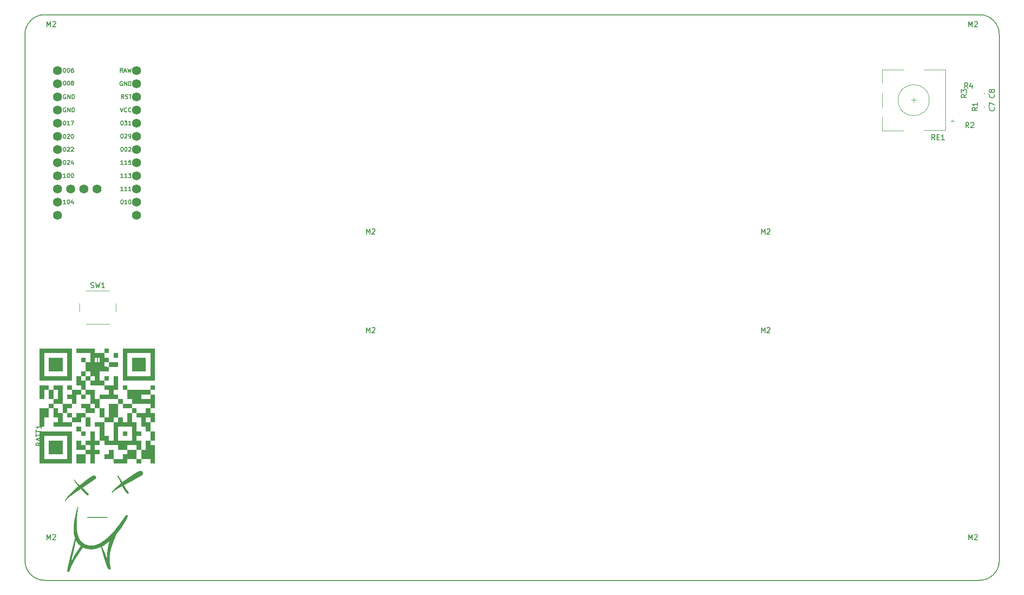
<source format=gbr>
G04 #@! TF.GenerationSoftware,KiCad,Pcbnew,(6.0.1)*
G04 #@! TF.CreationDate,2022-02-23T16:18:42+00:00*
G04 #@! TF.ProjectId,Keyboard Right Hand Side,4b657962-6f61-4726-9420-526967687420,rev?*
G04 #@! TF.SameCoordinates,Original*
G04 #@! TF.FileFunction,Legend,Top*
G04 #@! TF.FilePolarity,Positive*
%FSLAX46Y46*%
G04 Gerber Fmt 4.6, Leading zero omitted, Abs format (unit mm)*
G04 Created by KiCad (PCBNEW (6.0.1)) date 2022-02-23 16:18:42*
%MOMM*%
%LPD*%
G01*
G04 APERTURE LIST*
G04 #@! TA.AperFunction,Profile*
%ADD10C,0.200000*%
G04 #@! TD*
%ADD11C,0.150000*%
%ADD12C,0.120000*%
%ADD13C,1.752600*%
G04 APERTURE END LIST*
D10*
X264793323Y-41276677D02*
G75*
G03*
X260983323Y-37466677I-3809999J1D01*
G01*
X260983323Y-146683323D02*
G75*
G03*
X264793323Y-142873323I1J3809999D01*
G01*
X80646677Y-37466677D02*
X260983323Y-37466677D01*
X76836677Y-142873323D02*
X76836677Y-41276677D01*
X260983323Y-146683323D02*
X80646677Y-146683323D01*
X80646677Y-37466677D02*
G75*
G03*
X76836677Y-41276677I-1J-3809999D01*
G01*
X76836677Y-142873323D02*
G75*
G03*
X80646677Y-146683323I3809999J-1D01*
G01*
X264793323Y-41276677D02*
X264793323Y-142873323D01*
D11*
X258905476Y-39797380D02*
X258905476Y-38797380D01*
X259238809Y-39511666D01*
X259572142Y-38797380D01*
X259572142Y-39797380D01*
X260000714Y-38892619D02*
X260048333Y-38845000D01*
X260143571Y-38797380D01*
X260381666Y-38797380D01*
X260476904Y-38845000D01*
X260524523Y-38892619D01*
X260572142Y-38987857D01*
X260572142Y-39083095D01*
X260524523Y-39225952D01*
X259953095Y-39797380D01*
X260572142Y-39797380D01*
X81105476Y-39797380D02*
X81105476Y-38797380D01*
X81438809Y-39511666D01*
X81772142Y-38797380D01*
X81772142Y-39797380D01*
X82200714Y-38892619D02*
X82248333Y-38845000D01*
X82343571Y-38797380D01*
X82581666Y-38797380D01*
X82676904Y-38845000D01*
X82724523Y-38892619D01*
X82772142Y-38987857D01*
X82772142Y-39083095D01*
X82724523Y-39225952D01*
X82153095Y-39797380D01*
X82772142Y-39797380D01*
X81105476Y-138857380D02*
X81105476Y-137857380D01*
X81438809Y-138571666D01*
X81772142Y-137857380D01*
X81772142Y-138857380D01*
X82200714Y-137952619D02*
X82248333Y-137905000D01*
X82343571Y-137857380D01*
X82581666Y-137857380D01*
X82676904Y-137905000D01*
X82724523Y-137952619D01*
X82772142Y-138047857D01*
X82772142Y-138143095D01*
X82724523Y-138285952D01*
X82153095Y-138857380D01*
X82772142Y-138857380D01*
X258905476Y-138857380D02*
X258905476Y-137857380D01*
X259238809Y-138571666D01*
X259572142Y-137857380D01*
X259572142Y-138857380D01*
X260000714Y-137952619D02*
X260048333Y-137905000D01*
X260143571Y-137857380D01*
X260381666Y-137857380D01*
X260476904Y-137905000D01*
X260524523Y-137952619D01*
X260572142Y-138047857D01*
X260572142Y-138143095D01*
X260524523Y-138285952D01*
X259953095Y-138857380D01*
X260572142Y-138857380D01*
X218900476Y-98852380D02*
X218900476Y-97852380D01*
X219233809Y-98566666D01*
X219567142Y-97852380D01*
X219567142Y-98852380D01*
X219995714Y-97947619D02*
X220043333Y-97900000D01*
X220138571Y-97852380D01*
X220376666Y-97852380D01*
X220471904Y-97900000D01*
X220519523Y-97947619D01*
X220567142Y-98042857D01*
X220567142Y-98138095D01*
X220519523Y-98280952D01*
X219948095Y-98852380D01*
X220567142Y-98852380D01*
X142700476Y-98852380D02*
X142700476Y-97852380D01*
X143033809Y-98566666D01*
X143367142Y-97852380D01*
X143367142Y-98852380D01*
X143795714Y-97947619D02*
X143843333Y-97900000D01*
X143938571Y-97852380D01*
X144176666Y-97852380D01*
X144271904Y-97900000D01*
X144319523Y-97947619D01*
X144367142Y-98042857D01*
X144367142Y-98138095D01*
X144319523Y-98280952D01*
X143748095Y-98852380D01*
X144367142Y-98852380D01*
X218900476Y-79802380D02*
X218900476Y-78802380D01*
X219233809Y-79516666D01*
X219567142Y-78802380D01*
X219567142Y-79802380D01*
X219995714Y-78897619D02*
X220043333Y-78850000D01*
X220138571Y-78802380D01*
X220376666Y-78802380D01*
X220471904Y-78850000D01*
X220519523Y-78897619D01*
X220567142Y-78992857D01*
X220567142Y-79088095D01*
X220519523Y-79230952D01*
X219948095Y-79802380D01*
X220567142Y-79802380D01*
X142700476Y-79802380D02*
X142700476Y-78802380D01*
X143033809Y-79516666D01*
X143367142Y-78802380D01*
X143367142Y-79802380D01*
X143795714Y-78897619D02*
X143843333Y-78850000D01*
X143938571Y-78802380D01*
X144176666Y-78802380D01*
X144271904Y-78850000D01*
X144319523Y-78897619D01*
X144367142Y-78992857D01*
X144367142Y-79088095D01*
X144319523Y-79230952D01*
X143748095Y-79802380D01*
X144367142Y-79802380D01*
X258710833Y-51667380D02*
X258377500Y-51191190D01*
X258139404Y-51667380D02*
X258139404Y-50667380D01*
X258520357Y-50667380D01*
X258615595Y-50715000D01*
X258663214Y-50762619D01*
X258710833Y-50857857D01*
X258710833Y-51000714D01*
X258663214Y-51095952D01*
X258615595Y-51143571D01*
X258520357Y-51191190D01*
X258139404Y-51191190D01*
X259567976Y-51000714D02*
X259567976Y-51667380D01*
X259329880Y-50619761D02*
X259091785Y-51334047D01*
X259710833Y-51334047D01*
X263772142Y-52871666D02*
X263819761Y-52919285D01*
X263867380Y-53062142D01*
X263867380Y-53157380D01*
X263819761Y-53300238D01*
X263724523Y-53395476D01*
X263629285Y-53443095D01*
X263438809Y-53490714D01*
X263295952Y-53490714D01*
X263105476Y-53443095D01*
X263010238Y-53395476D01*
X262915000Y-53300238D01*
X262867380Y-53157380D01*
X262867380Y-53062142D01*
X262915000Y-52919285D01*
X262962619Y-52871666D01*
X263295952Y-52300238D02*
X263248333Y-52395476D01*
X263200714Y-52443095D01*
X263105476Y-52490714D01*
X263057857Y-52490714D01*
X262962619Y-52443095D01*
X262915000Y-52395476D01*
X262867380Y-52300238D01*
X262867380Y-52109761D01*
X262915000Y-52014523D01*
X262962619Y-51966904D01*
X263057857Y-51919285D01*
X263105476Y-51919285D01*
X263200714Y-51966904D01*
X263248333Y-52014523D01*
X263295952Y-52109761D01*
X263295952Y-52300238D01*
X263343571Y-52395476D01*
X263391190Y-52443095D01*
X263486428Y-52490714D01*
X263676904Y-52490714D01*
X263772142Y-52443095D01*
X263819761Y-52395476D01*
X263867380Y-52300238D01*
X263867380Y-52109761D01*
X263819761Y-52014523D01*
X263772142Y-51966904D01*
X263676904Y-51919285D01*
X263486428Y-51919285D01*
X263391190Y-51966904D01*
X263343571Y-52014523D01*
X263295952Y-52109761D01*
X260582380Y-55411666D02*
X260106190Y-55745000D01*
X260582380Y-55983095D02*
X259582380Y-55983095D01*
X259582380Y-55602142D01*
X259630000Y-55506904D01*
X259677619Y-55459285D01*
X259772857Y-55411666D01*
X259915714Y-55411666D01*
X260010952Y-55459285D01*
X260058571Y-55506904D01*
X260106190Y-55602142D01*
X260106190Y-55983095D01*
X260582380Y-54459285D02*
X260582380Y-55030714D01*
X260582380Y-54745000D02*
X259582380Y-54745000D01*
X259725238Y-54840238D01*
X259820476Y-54935476D01*
X259868095Y-55030714D01*
X258913333Y-59287380D02*
X258580000Y-58811190D01*
X258341904Y-59287380D02*
X258341904Y-58287380D01*
X258722857Y-58287380D01*
X258818095Y-58335000D01*
X258865714Y-58382619D01*
X258913333Y-58477857D01*
X258913333Y-58620714D01*
X258865714Y-58715952D01*
X258818095Y-58763571D01*
X258722857Y-58811190D01*
X258341904Y-58811190D01*
X259294285Y-58382619D02*
X259341904Y-58335000D01*
X259437142Y-58287380D01*
X259675238Y-58287380D01*
X259770476Y-58335000D01*
X259818095Y-58382619D01*
X259865714Y-58477857D01*
X259865714Y-58573095D01*
X259818095Y-58715952D01*
X259246666Y-59287380D01*
X259865714Y-59287380D01*
X263772142Y-55411666D02*
X263819761Y-55459285D01*
X263867380Y-55602142D01*
X263867380Y-55697380D01*
X263819761Y-55840238D01*
X263724523Y-55935476D01*
X263629285Y-55983095D01*
X263438809Y-56030714D01*
X263295952Y-56030714D01*
X263105476Y-55983095D01*
X263010238Y-55935476D01*
X262915000Y-55840238D01*
X262867380Y-55697380D01*
X262867380Y-55602142D01*
X262915000Y-55459285D01*
X262962619Y-55411666D01*
X262867380Y-55078333D02*
X262867380Y-54411666D01*
X263867380Y-54840238D01*
X89546666Y-90134761D02*
X89689523Y-90182380D01*
X89927619Y-90182380D01*
X90022857Y-90134761D01*
X90070476Y-90087142D01*
X90118095Y-89991904D01*
X90118095Y-89896666D01*
X90070476Y-89801428D01*
X90022857Y-89753809D01*
X89927619Y-89706190D01*
X89737142Y-89658571D01*
X89641904Y-89610952D01*
X89594285Y-89563333D01*
X89546666Y-89468095D01*
X89546666Y-89372857D01*
X89594285Y-89277619D01*
X89641904Y-89230000D01*
X89737142Y-89182380D01*
X89975238Y-89182380D01*
X90118095Y-89230000D01*
X90451428Y-89182380D02*
X90689523Y-90182380D01*
X90880000Y-89468095D01*
X91070476Y-90182380D01*
X91308571Y-89182380D01*
X92213333Y-90182380D02*
X91641904Y-90182380D01*
X91927619Y-90182380D02*
X91927619Y-89182380D01*
X91832380Y-89325238D01*
X91737142Y-89420476D01*
X91641904Y-89468095D01*
X258482380Y-52871666D02*
X258006190Y-53205000D01*
X258482380Y-53443095D02*
X257482380Y-53443095D01*
X257482380Y-53062142D01*
X257530000Y-52966904D01*
X257577619Y-52919285D01*
X257672857Y-52871666D01*
X257815714Y-52871666D01*
X257910952Y-52919285D01*
X257958571Y-52966904D01*
X258006190Y-53062142D01*
X258006190Y-53443095D01*
X257482380Y-52538333D02*
X257482380Y-51919285D01*
X257863333Y-52252619D01*
X257863333Y-52109761D01*
X257910952Y-52014523D01*
X257958571Y-51966904D01*
X258053809Y-51919285D01*
X258291904Y-51919285D01*
X258387142Y-51966904D01*
X258434761Y-52014523D01*
X258482380Y-52109761D01*
X258482380Y-52395476D01*
X258434761Y-52490714D01*
X258387142Y-52538333D01*
X252355952Y-61622380D02*
X252022619Y-61146190D01*
X251784523Y-61622380D02*
X251784523Y-60622380D01*
X252165476Y-60622380D01*
X252260714Y-60670000D01*
X252308333Y-60717619D01*
X252355952Y-60812857D01*
X252355952Y-60955714D01*
X252308333Y-61050952D01*
X252260714Y-61098571D01*
X252165476Y-61146190D01*
X251784523Y-61146190D01*
X252784523Y-61098571D02*
X253117857Y-61098571D01*
X253260714Y-61622380D02*
X252784523Y-61622380D01*
X252784523Y-60622380D01*
X253260714Y-60622380D01*
X254213095Y-61622380D02*
X253641666Y-61622380D01*
X253927380Y-61622380D02*
X253927380Y-60622380D01*
X253832142Y-60765238D01*
X253736904Y-60860476D01*
X253641666Y-60908095D01*
X95781157Y-68916654D02*
X95324014Y-68916654D01*
X95552586Y-68916654D02*
X95552586Y-68116654D01*
X95476395Y-68230940D01*
X95400205Y-68307130D01*
X95324014Y-68345226D01*
X96543062Y-68916654D02*
X96085919Y-68916654D01*
X96314491Y-68916654D02*
X96314491Y-68116654D01*
X96238300Y-68230940D01*
X96162110Y-68307130D01*
X96085919Y-68345226D01*
X96809729Y-68116654D02*
X97304967Y-68116654D01*
X97038300Y-68421416D01*
X97152586Y-68421416D01*
X97228776Y-68459511D01*
X97266871Y-68497607D01*
X97304967Y-68573797D01*
X97304967Y-68764273D01*
X97266871Y-68840464D01*
X97228776Y-68878559D01*
X97152586Y-68916654D01*
X96924014Y-68916654D01*
X96847824Y-68878559D01*
X96809729Y-68840464D01*
X95514491Y-73196654D02*
X95590681Y-73196654D01*
X95666871Y-73234750D01*
X95704967Y-73272845D01*
X95743062Y-73349035D01*
X95781157Y-73501416D01*
X95781157Y-73691892D01*
X95743062Y-73844273D01*
X95704967Y-73920464D01*
X95666871Y-73958559D01*
X95590681Y-73996654D01*
X95514491Y-73996654D01*
X95438300Y-73958559D01*
X95400205Y-73920464D01*
X95362110Y-73844273D01*
X95324014Y-73691892D01*
X95324014Y-73501416D01*
X95362110Y-73349035D01*
X95400205Y-73272845D01*
X95438300Y-73234750D01*
X95514491Y-73196654D01*
X96543062Y-73996654D02*
X96085919Y-73996654D01*
X96314491Y-73996654D02*
X96314491Y-73196654D01*
X96238300Y-73310940D01*
X96162110Y-73387130D01*
X96085919Y-73425226D01*
X97038300Y-73196654D02*
X97114491Y-73196654D01*
X97190681Y-73234750D01*
X97228776Y-73272845D01*
X97266871Y-73349035D01*
X97304967Y-73501416D01*
X97304967Y-73691892D01*
X97266871Y-73844273D01*
X97228776Y-73920464D01*
X97190681Y-73958559D01*
X97114491Y-73996654D01*
X97038300Y-73996654D01*
X96962110Y-73958559D01*
X96924014Y-73920464D01*
X96885919Y-73844273D01*
X96847824Y-73691892D01*
X96847824Y-73501416D01*
X96885919Y-73349035D01*
X96924014Y-73272845D01*
X96962110Y-73234750D01*
X97038300Y-73196654D01*
X84440110Y-60566654D02*
X84516300Y-60566654D01*
X84592490Y-60604750D01*
X84630586Y-60642845D01*
X84668681Y-60719035D01*
X84706776Y-60871416D01*
X84706776Y-61061892D01*
X84668681Y-61214273D01*
X84630586Y-61290464D01*
X84592490Y-61328559D01*
X84516300Y-61366654D01*
X84440110Y-61366654D01*
X84363919Y-61328559D01*
X84325824Y-61290464D01*
X84287729Y-61214273D01*
X84249633Y-61061892D01*
X84249633Y-60871416D01*
X84287729Y-60719035D01*
X84325824Y-60642845D01*
X84363919Y-60604750D01*
X84440110Y-60566654D01*
X85011538Y-60642845D02*
X85049633Y-60604750D01*
X85125824Y-60566654D01*
X85316300Y-60566654D01*
X85392490Y-60604750D01*
X85430586Y-60642845D01*
X85468681Y-60719035D01*
X85468681Y-60795226D01*
X85430586Y-60909511D01*
X84973443Y-61366654D01*
X85468681Y-61366654D01*
X85963919Y-60566654D02*
X86040110Y-60566654D01*
X86116300Y-60604750D01*
X86154395Y-60642845D01*
X86192490Y-60719035D01*
X86230586Y-60871416D01*
X86230586Y-61061892D01*
X86192490Y-61214273D01*
X86154395Y-61290464D01*
X86116300Y-61328559D01*
X86040110Y-61366654D01*
X85963919Y-61366654D01*
X85887729Y-61328559D01*
X85849633Y-61290464D01*
X85811538Y-61214273D01*
X85773443Y-61061892D01*
X85773443Y-60871416D01*
X85811538Y-60719035D01*
X85849633Y-60642845D01*
X85887729Y-60604750D01*
X85963919Y-60566654D01*
X84440110Y-57966654D02*
X84516300Y-57966654D01*
X84592490Y-58004750D01*
X84630586Y-58042845D01*
X84668681Y-58119035D01*
X84706776Y-58271416D01*
X84706776Y-58461892D01*
X84668681Y-58614273D01*
X84630586Y-58690464D01*
X84592490Y-58728559D01*
X84516300Y-58766654D01*
X84440110Y-58766654D01*
X84363919Y-58728559D01*
X84325824Y-58690464D01*
X84287729Y-58614273D01*
X84249633Y-58461892D01*
X84249633Y-58271416D01*
X84287729Y-58119035D01*
X84325824Y-58042845D01*
X84363919Y-58004750D01*
X84440110Y-57966654D01*
X85468681Y-58766654D02*
X85011538Y-58766654D01*
X85240110Y-58766654D02*
X85240110Y-57966654D01*
X85163919Y-58080940D01*
X85087729Y-58157130D01*
X85011538Y-58195226D01*
X85735348Y-57966654D02*
X86268681Y-57966654D01*
X85925824Y-58766654D01*
X84440110Y-50266654D02*
X84516300Y-50266654D01*
X84592490Y-50304750D01*
X84630586Y-50342845D01*
X84668681Y-50419035D01*
X84706776Y-50571416D01*
X84706776Y-50761892D01*
X84668681Y-50914273D01*
X84630586Y-50990464D01*
X84592490Y-51028559D01*
X84516300Y-51066654D01*
X84440110Y-51066654D01*
X84363919Y-51028559D01*
X84325824Y-50990464D01*
X84287729Y-50914273D01*
X84249633Y-50761892D01*
X84249633Y-50571416D01*
X84287729Y-50419035D01*
X84325824Y-50342845D01*
X84363919Y-50304750D01*
X84440110Y-50266654D01*
X85202014Y-50266654D02*
X85278205Y-50266654D01*
X85354395Y-50304750D01*
X85392490Y-50342845D01*
X85430586Y-50419035D01*
X85468681Y-50571416D01*
X85468681Y-50761892D01*
X85430586Y-50914273D01*
X85392490Y-50990464D01*
X85354395Y-51028559D01*
X85278205Y-51066654D01*
X85202014Y-51066654D01*
X85125824Y-51028559D01*
X85087729Y-50990464D01*
X85049633Y-50914273D01*
X85011538Y-50761892D01*
X85011538Y-50571416D01*
X85049633Y-50419035D01*
X85087729Y-50342845D01*
X85125824Y-50304750D01*
X85202014Y-50266654D01*
X85925824Y-50609511D02*
X85849633Y-50571416D01*
X85811538Y-50533321D01*
X85773443Y-50457130D01*
X85773443Y-50419035D01*
X85811538Y-50342845D01*
X85849633Y-50304750D01*
X85925824Y-50266654D01*
X86078205Y-50266654D01*
X86154395Y-50304750D01*
X86192490Y-50342845D01*
X86230586Y-50419035D01*
X86230586Y-50457130D01*
X86192490Y-50533321D01*
X86154395Y-50571416D01*
X86078205Y-50609511D01*
X85925824Y-50609511D01*
X85849633Y-50647607D01*
X85811538Y-50685702D01*
X85773443Y-50761892D01*
X85773443Y-50914273D01*
X85811538Y-50990464D01*
X85849633Y-51028559D01*
X85925824Y-51066654D01*
X86078205Y-51066654D01*
X86154395Y-51028559D01*
X86192490Y-50990464D01*
X86230586Y-50914273D01*
X86230586Y-50761892D01*
X86192490Y-50685702D01*
X86154395Y-50647607D01*
X86078205Y-50609511D01*
X95927204Y-53676654D02*
X95660538Y-53295702D01*
X95470061Y-53676654D02*
X95470061Y-52876654D01*
X95774823Y-52876654D01*
X95851014Y-52914750D01*
X95889109Y-52952845D01*
X95927204Y-53029035D01*
X95927204Y-53143321D01*
X95889109Y-53219511D01*
X95851014Y-53257607D01*
X95774823Y-53295702D01*
X95470061Y-53295702D01*
X96231966Y-53638559D02*
X96346252Y-53676654D01*
X96536728Y-53676654D01*
X96612919Y-53638559D01*
X96651014Y-53600464D01*
X96689109Y-53524273D01*
X96689109Y-53448083D01*
X96651014Y-53371892D01*
X96612919Y-53333797D01*
X96536728Y-53295702D01*
X96384347Y-53257607D01*
X96308157Y-53219511D01*
X96270061Y-53181416D01*
X96231966Y-53105226D01*
X96231966Y-53029035D01*
X96270061Y-52952845D01*
X96308157Y-52914750D01*
X96384347Y-52876654D01*
X96574823Y-52876654D01*
X96689109Y-52914750D01*
X96917680Y-52876654D02*
X97374823Y-52876654D01*
X97146252Y-53676654D02*
X97146252Y-52876654D01*
X84706776Y-73996654D02*
X84249633Y-73996654D01*
X84478205Y-73996654D02*
X84478205Y-73196654D01*
X84402014Y-73310940D01*
X84325824Y-73387130D01*
X84249633Y-73425226D01*
X85202014Y-73196654D02*
X85278205Y-73196654D01*
X85354395Y-73234750D01*
X85392490Y-73272845D01*
X85430586Y-73349035D01*
X85468681Y-73501416D01*
X85468681Y-73691892D01*
X85430586Y-73844273D01*
X85392490Y-73920464D01*
X85354395Y-73958559D01*
X85278205Y-73996654D01*
X85202014Y-73996654D01*
X85125824Y-73958559D01*
X85087729Y-73920464D01*
X85049633Y-73844273D01*
X85011538Y-73691892D01*
X85011538Y-73501416D01*
X85049633Y-73349035D01*
X85087729Y-73272845D01*
X85125824Y-73234750D01*
X85202014Y-73196654D01*
X86154395Y-73463321D02*
X86154395Y-73996654D01*
X85963919Y-73158559D02*
X85773443Y-73729988D01*
X86268681Y-73729988D01*
X95514491Y-60496654D02*
X95590681Y-60496654D01*
X95666871Y-60534750D01*
X95704967Y-60572845D01*
X95743062Y-60649035D01*
X95781157Y-60801416D01*
X95781157Y-60991892D01*
X95743062Y-61144273D01*
X95704967Y-61220464D01*
X95666871Y-61258559D01*
X95590681Y-61296654D01*
X95514491Y-61296654D01*
X95438300Y-61258559D01*
X95400205Y-61220464D01*
X95362110Y-61144273D01*
X95324014Y-60991892D01*
X95324014Y-60801416D01*
X95362110Y-60649035D01*
X95400205Y-60572845D01*
X95438300Y-60534750D01*
X95514491Y-60496654D01*
X96085919Y-60572845D02*
X96124014Y-60534750D01*
X96200205Y-60496654D01*
X96390681Y-60496654D01*
X96466871Y-60534750D01*
X96504967Y-60572845D01*
X96543062Y-60649035D01*
X96543062Y-60725226D01*
X96504967Y-60839511D01*
X96047824Y-61296654D01*
X96543062Y-61296654D01*
X96924014Y-61296654D02*
X97076395Y-61296654D01*
X97152586Y-61258559D01*
X97190681Y-61220464D01*
X97266871Y-61106178D01*
X97304967Y-60953797D01*
X97304967Y-60649035D01*
X97266871Y-60572845D01*
X97228776Y-60534750D01*
X97152586Y-60496654D01*
X97000205Y-60496654D01*
X96924014Y-60534750D01*
X96885919Y-60572845D01*
X96847824Y-60649035D01*
X96847824Y-60839511D01*
X96885919Y-60915702D01*
X96924014Y-60953797D01*
X97000205Y-60991892D01*
X97152586Y-60991892D01*
X97228776Y-60953797D01*
X97266871Y-60915702D01*
X97304967Y-60839511D01*
X95781157Y-71456654D02*
X95324014Y-71456654D01*
X95552586Y-71456654D02*
X95552586Y-70656654D01*
X95476395Y-70770940D01*
X95400205Y-70847130D01*
X95324014Y-70885226D01*
X96543062Y-71456654D02*
X96085919Y-71456654D01*
X96314491Y-71456654D02*
X96314491Y-70656654D01*
X96238300Y-70770940D01*
X96162110Y-70847130D01*
X96085919Y-70885226D01*
X97304967Y-71456654D02*
X96847824Y-71456654D01*
X97076395Y-71456654D02*
X97076395Y-70656654D01*
X97000205Y-70770940D01*
X96924014Y-70847130D01*
X96847824Y-70885226D01*
X95247824Y-55416654D02*
X95514491Y-56216654D01*
X95781157Y-55416654D01*
X96504967Y-56140464D02*
X96466871Y-56178559D01*
X96352586Y-56216654D01*
X96276395Y-56216654D01*
X96162110Y-56178559D01*
X96085919Y-56102369D01*
X96047824Y-56026178D01*
X96009729Y-55873797D01*
X96009729Y-55759511D01*
X96047824Y-55607130D01*
X96085919Y-55530940D01*
X96162110Y-55454750D01*
X96276395Y-55416654D01*
X96352586Y-55416654D01*
X96466871Y-55454750D01*
X96504967Y-55492845D01*
X97304967Y-56140464D02*
X97266871Y-56178559D01*
X97152586Y-56216654D01*
X97076395Y-56216654D01*
X96962110Y-56178559D01*
X96885919Y-56102369D01*
X96847824Y-56026178D01*
X96809729Y-55873797D01*
X96809729Y-55759511D01*
X96847824Y-55607130D01*
X96885919Y-55530940D01*
X96962110Y-55454750D01*
X97076395Y-55416654D01*
X97152586Y-55416654D01*
X97266871Y-55454750D01*
X97304967Y-55492845D01*
X95514491Y-57956654D02*
X95590681Y-57956654D01*
X95666871Y-57994750D01*
X95704967Y-58032845D01*
X95743062Y-58109035D01*
X95781157Y-58261416D01*
X95781157Y-58451892D01*
X95743062Y-58604273D01*
X95704967Y-58680464D01*
X95666871Y-58718559D01*
X95590681Y-58756654D01*
X95514491Y-58756654D01*
X95438300Y-58718559D01*
X95400205Y-58680464D01*
X95362110Y-58604273D01*
X95324014Y-58451892D01*
X95324014Y-58261416D01*
X95362110Y-58109035D01*
X95400205Y-58032845D01*
X95438300Y-57994750D01*
X95514491Y-57956654D01*
X96047824Y-57956654D02*
X96543062Y-57956654D01*
X96276395Y-58261416D01*
X96390681Y-58261416D01*
X96466871Y-58299511D01*
X96504967Y-58337607D01*
X96543062Y-58413797D01*
X96543062Y-58604273D01*
X96504967Y-58680464D01*
X96466871Y-58718559D01*
X96390681Y-58756654D01*
X96162110Y-58756654D01*
X96085919Y-58718559D01*
X96047824Y-58680464D01*
X97304967Y-58756654D02*
X96847824Y-58756654D01*
X97076395Y-58756654D02*
X97076395Y-57956654D01*
X97000205Y-58070940D01*
X96924014Y-58147130D01*
X96847824Y-58185226D01*
X84440110Y-65576654D02*
X84516300Y-65576654D01*
X84592490Y-65614750D01*
X84630586Y-65652845D01*
X84668681Y-65729035D01*
X84706776Y-65881416D01*
X84706776Y-66071892D01*
X84668681Y-66224273D01*
X84630586Y-66300464D01*
X84592490Y-66338559D01*
X84516300Y-66376654D01*
X84440110Y-66376654D01*
X84363919Y-66338559D01*
X84325824Y-66300464D01*
X84287729Y-66224273D01*
X84249633Y-66071892D01*
X84249633Y-65881416D01*
X84287729Y-65729035D01*
X84325824Y-65652845D01*
X84363919Y-65614750D01*
X84440110Y-65576654D01*
X85011538Y-65652845D02*
X85049633Y-65614750D01*
X85125824Y-65576654D01*
X85316300Y-65576654D01*
X85392490Y-65614750D01*
X85430586Y-65652845D01*
X85468681Y-65729035D01*
X85468681Y-65805226D01*
X85430586Y-65919511D01*
X84973443Y-66376654D01*
X85468681Y-66376654D01*
X86154395Y-65843321D02*
X86154395Y-66376654D01*
X85963919Y-65538559D02*
X85773443Y-66109988D01*
X86268681Y-66109988D01*
X84706776Y-52914750D02*
X84630585Y-52876654D01*
X84516300Y-52876654D01*
X84402014Y-52914750D01*
X84325823Y-52990940D01*
X84287728Y-53067130D01*
X84249633Y-53219511D01*
X84249633Y-53333797D01*
X84287728Y-53486178D01*
X84325823Y-53562369D01*
X84402014Y-53638559D01*
X84516300Y-53676654D01*
X84592490Y-53676654D01*
X84706776Y-53638559D01*
X84744871Y-53600464D01*
X84744871Y-53333797D01*
X84592490Y-53333797D01*
X85087728Y-53676654D02*
X85087728Y-52876654D01*
X85544871Y-53676654D01*
X85544871Y-52876654D01*
X85925823Y-53676654D02*
X85925823Y-52876654D01*
X86116300Y-52876654D01*
X86230585Y-52914750D01*
X86306776Y-52990940D01*
X86344871Y-53067130D01*
X86382966Y-53219511D01*
X86382966Y-53333797D01*
X86344871Y-53486178D01*
X86306776Y-53562369D01*
X86230585Y-53638559D01*
X86116300Y-53676654D01*
X85925823Y-53676654D01*
X95698634Y-48596654D02*
X95431967Y-48215702D01*
X95241491Y-48596654D02*
X95241491Y-47796654D01*
X95546253Y-47796654D01*
X95622443Y-47834750D01*
X95660538Y-47872845D01*
X95698634Y-47949035D01*
X95698634Y-48063321D01*
X95660538Y-48139511D01*
X95622443Y-48177607D01*
X95546253Y-48215702D01*
X95241491Y-48215702D01*
X96003395Y-48368083D02*
X96384348Y-48368083D01*
X95927205Y-48596654D02*
X96193872Y-47796654D01*
X96460538Y-48596654D01*
X96651015Y-47796654D02*
X96841491Y-48596654D01*
X96993872Y-48025226D01*
X97146253Y-48596654D01*
X97336729Y-47796654D01*
X95514491Y-63036654D02*
X95590681Y-63036654D01*
X95666871Y-63074750D01*
X95704967Y-63112845D01*
X95743062Y-63189035D01*
X95781157Y-63341416D01*
X95781157Y-63531892D01*
X95743062Y-63684273D01*
X95704967Y-63760464D01*
X95666871Y-63798559D01*
X95590681Y-63836654D01*
X95514491Y-63836654D01*
X95438300Y-63798559D01*
X95400205Y-63760464D01*
X95362110Y-63684273D01*
X95324014Y-63531892D01*
X95324014Y-63341416D01*
X95362110Y-63189035D01*
X95400205Y-63112845D01*
X95438300Y-63074750D01*
X95514491Y-63036654D01*
X96276395Y-63036654D02*
X96352586Y-63036654D01*
X96428776Y-63074750D01*
X96466871Y-63112845D01*
X96504967Y-63189035D01*
X96543062Y-63341416D01*
X96543062Y-63531892D01*
X96504967Y-63684273D01*
X96466871Y-63760464D01*
X96428776Y-63798559D01*
X96352586Y-63836654D01*
X96276395Y-63836654D01*
X96200205Y-63798559D01*
X96162110Y-63760464D01*
X96124014Y-63684273D01*
X96085919Y-63531892D01*
X96085919Y-63341416D01*
X96124014Y-63189035D01*
X96162110Y-63112845D01*
X96200205Y-63074750D01*
X96276395Y-63036654D01*
X96847824Y-63112845D02*
X96885919Y-63074750D01*
X96962110Y-63036654D01*
X97152586Y-63036654D01*
X97228776Y-63074750D01*
X97266871Y-63112845D01*
X97304967Y-63189035D01*
X97304967Y-63265226D01*
X97266871Y-63379511D01*
X96809729Y-63836654D01*
X97304967Y-63836654D01*
X84706776Y-68916654D02*
X84249633Y-68916654D01*
X84478205Y-68916654D02*
X84478205Y-68116654D01*
X84402014Y-68230940D01*
X84325824Y-68307130D01*
X84249633Y-68345226D01*
X85202014Y-68116654D02*
X85278205Y-68116654D01*
X85354395Y-68154750D01*
X85392490Y-68192845D01*
X85430586Y-68269035D01*
X85468681Y-68421416D01*
X85468681Y-68611892D01*
X85430586Y-68764273D01*
X85392490Y-68840464D01*
X85354395Y-68878559D01*
X85278205Y-68916654D01*
X85202014Y-68916654D01*
X85125824Y-68878559D01*
X85087729Y-68840464D01*
X85049633Y-68764273D01*
X85011538Y-68611892D01*
X85011538Y-68421416D01*
X85049633Y-68269035D01*
X85087729Y-68192845D01*
X85125824Y-68154750D01*
X85202014Y-68116654D01*
X85963919Y-68116654D02*
X86040110Y-68116654D01*
X86116300Y-68154750D01*
X86154395Y-68192845D01*
X86192490Y-68269035D01*
X86230586Y-68421416D01*
X86230586Y-68611892D01*
X86192490Y-68764273D01*
X86154395Y-68840464D01*
X86116300Y-68878559D01*
X86040110Y-68916654D01*
X85963919Y-68916654D01*
X85887729Y-68878559D01*
X85849633Y-68840464D01*
X85811538Y-68764273D01*
X85773443Y-68611892D01*
X85773443Y-68421416D01*
X85811538Y-68269035D01*
X85849633Y-68192845D01*
X85887729Y-68154750D01*
X85963919Y-68116654D01*
X95622443Y-50374750D02*
X95546252Y-50336654D01*
X95431967Y-50336654D01*
X95317681Y-50374750D01*
X95241490Y-50450940D01*
X95203395Y-50527130D01*
X95165300Y-50679511D01*
X95165300Y-50793797D01*
X95203395Y-50946178D01*
X95241490Y-51022369D01*
X95317681Y-51098559D01*
X95431967Y-51136654D01*
X95508157Y-51136654D01*
X95622443Y-51098559D01*
X95660538Y-51060464D01*
X95660538Y-50793797D01*
X95508157Y-50793797D01*
X96003395Y-51136654D02*
X96003395Y-50336654D01*
X96460538Y-51136654D01*
X96460538Y-50336654D01*
X96841490Y-51136654D02*
X96841490Y-50336654D01*
X97031967Y-50336654D01*
X97146252Y-50374750D01*
X97222443Y-50450940D01*
X97260538Y-50527130D01*
X97298633Y-50679511D01*
X97298633Y-50793797D01*
X97260538Y-50946178D01*
X97222443Y-51022369D01*
X97146252Y-51098559D01*
X97031967Y-51136654D01*
X96841490Y-51136654D01*
X84440110Y-47796654D02*
X84516300Y-47796654D01*
X84592490Y-47834750D01*
X84630586Y-47872845D01*
X84668681Y-47949035D01*
X84706776Y-48101416D01*
X84706776Y-48291892D01*
X84668681Y-48444273D01*
X84630586Y-48520464D01*
X84592490Y-48558559D01*
X84516300Y-48596654D01*
X84440110Y-48596654D01*
X84363919Y-48558559D01*
X84325824Y-48520464D01*
X84287729Y-48444273D01*
X84249633Y-48291892D01*
X84249633Y-48101416D01*
X84287729Y-47949035D01*
X84325824Y-47872845D01*
X84363919Y-47834750D01*
X84440110Y-47796654D01*
X85202014Y-47796654D02*
X85278205Y-47796654D01*
X85354395Y-47834750D01*
X85392490Y-47872845D01*
X85430586Y-47949035D01*
X85468681Y-48101416D01*
X85468681Y-48291892D01*
X85430586Y-48444273D01*
X85392490Y-48520464D01*
X85354395Y-48558559D01*
X85278205Y-48596654D01*
X85202014Y-48596654D01*
X85125824Y-48558559D01*
X85087729Y-48520464D01*
X85049633Y-48444273D01*
X85011538Y-48291892D01*
X85011538Y-48101416D01*
X85049633Y-47949035D01*
X85087729Y-47872845D01*
X85125824Y-47834750D01*
X85202014Y-47796654D01*
X86154395Y-47796654D02*
X86002014Y-47796654D01*
X85925824Y-47834750D01*
X85887729Y-47872845D01*
X85811538Y-47987130D01*
X85773443Y-48139511D01*
X85773443Y-48444273D01*
X85811538Y-48520464D01*
X85849633Y-48558559D01*
X85925824Y-48596654D01*
X86078205Y-48596654D01*
X86154395Y-48558559D01*
X86192490Y-48520464D01*
X86230586Y-48444273D01*
X86230586Y-48253797D01*
X86192490Y-48177607D01*
X86154395Y-48139511D01*
X86078205Y-48101416D01*
X85925824Y-48101416D01*
X85849633Y-48139511D01*
X85811538Y-48177607D01*
X85773443Y-48253797D01*
X84440110Y-63066654D02*
X84516300Y-63066654D01*
X84592490Y-63104750D01*
X84630586Y-63142845D01*
X84668681Y-63219035D01*
X84706776Y-63371416D01*
X84706776Y-63561892D01*
X84668681Y-63714273D01*
X84630586Y-63790464D01*
X84592490Y-63828559D01*
X84516300Y-63866654D01*
X84440110Y-63866654D01*
X84363919Y-63828559D01*
X84325824Y-63790464D01*
X84287729Y-63714273D01*
X84249633Y-63561892D01*
X84249633Y-63371416D01*
X84287729Y-63219035D01*
X84325824Y-63142845D01*
X84363919Y-63104750D01*
X84440110Y-63066654D01*
X85011538Y-63142845D02*
X85049633Y-63104750D01*
X85125824Y-63066654D01*
X85316300Y-63066654D01*
X85392490Y-63104750D01*
X85430586Y-63142845D01*
X85468681Y-63219035D01*
X85468681Y-63295226D01*
X85430586Y-63409511D01*
X84973443Y-63866654D01*
X85468681Y-63866654D01*
X85773443Y-63142845D02*
X85811538Y-63104750D01*
X85887729Y-63066654D01*
X86078205Y-63066654D01*
X86154395Y-63104750D01*
X86192490Y-63142845D01*
X86230586Y-63219035D01*
X86230586Y-63295226D01*
X86192490Y-63409511D01*
X85735348Y-63866654D01*
X86230586Y-63866654D01*
X84706776Y-55454750D02*
X84630585Y-55416654D01*
X84516300Y-55416654D01*
X84402014Y-55454750D01*
X84325823Y-55530940D01*
X84287728Y-55607130D01*
X84249633Y-55759511D01*
X84249633Y-55873797D01*
X84287728Y-56026178D01*
X84325823Y-56102369D01*
X84402014Y-56178559D01*
X84516300Y-56216654D01*
X84592490Y-56216654D01*
X84706776Y-56178559D01*
X84744871Y-56140464D01*
X84744871Y-55873797D01*
X84592490Y-55873797D01*
X85087728Y-56216654D02*
X85087728Y-55416654D01*
X85544871Y-56216654D01*
X85544871Y-55416654D01*
X85925823Y-56216654D02*
X85925823Y-55416654D01*
X86116300Y-55416654D01*
X86230585Y-55454750D01*
X86306776Y-55530940D01*
X86344871Y-55607130D01*
X86382966Y-55759511D01*
X86382966Y-55873797D01*
X86344871Y-56026178D01*
X86306776Y-56102369D01*
X86230585Y-56178559D01*
X86116300Y-56216654D01*
X85925823Y-56216654D01*
X95781157Y-66376654D02*
X95324014Y-66376654D01*
X95552586Y-66376654D02*
X95552586Y-65576654D01*
X95476395Y-65690940D01*
X95400205Y-65767130D01*
X95324014Y-65805226D01*
X96543062Y-66376654D02*
X96085919Y-66376654D01*
X96314491Y-66376654D02*
X96314491Y-65576654D01*
X96238300Y-65690940D01*
X96162110Y-65767130D01*
X96085919Y-65805226D01*
X97266871Y-65576654D02*
X96885919Y-65576654D01*
X96847824Y-65957607D01*
X96885919Y-65919511D01*
X96962110Y-65881416D01*
X97152586Y-65881416D01*
X97228776Y-65919511D01*
X97266871Y-65957607D01*
X97304967Y-66033797D01*
X97304967Y-66224273D01*
X97266871Y-66300464D01*
X97228776Y-66338559D01*
X97152586Y-66376654D01*
X96962110Y-66376654D01*
X96885919Y-66338559D01*
X96847824Y-66300464D01*
X79483571Y-120340238D02*
X79531190Y-120197380D01*
X79578809Y-120149761D01*
X79674047Y-120102142D01*
X79816904Y-120102142D01*
X79912142Y-120149761D01*
X79959761Y-120197380D01*
X80007380Y-120292619D01*
X80007380Y-120673571D01*
X79007380Y-120673571D01*
X79007380Y-120340238D01*
X79055000Y-120245000D01*
X79102619Y-120197380D01*
X79197857Y-120149761D01*
X79293095Y-120149761D01*
X79388333Y-120197380D01*
X79435952Y-120245000D01*
X79483571Y-120340238D01*
X79483571Y-120673571D01*
X79721666Y-119721190D02*
X79721666Y-119245000D01*
X80007380Y-119816428D02*
X79007380Y-119483095D01*
X80007380Y-119149761D01*
X79007380Y-118959285D02*
X79007380Y-118387857D01*
X80007380Y-118673571D02*
X79007380Y-118673571D01*
X79007380Y-118197380D02*
X79007380Y-117625952D01*
X80007380Y-117911666D02*
X79007380Y-117911666D01*
X80007380Y-116768809D02*
X80007380Y-117340238D01*
X80007380Y-117054523D02*
X79007380Y-117054523D01*
X79150238Y-117149761D01*
X79245476Y-117245000D01*
X79293095Y-117340238D01*
X92709761Y-134547057D02*
X88900238Y-134547057D01*
X90806542Y-107421161D02*
X90806542Y-103611638D01*
X92711304Y-105516400D02*
X88901780Y-105516400D01*
G36*
X90208958Y-126407815D02*
G01*
X90242896Y-126414153D01*
X90252110Y-126416220D01*
X90348632Y-126451656D01*
X90435546Y-126509183D01*
X90504741Y-126583202D01*
X90514266Y-126597188D01*
X90537313Y-126635210D01*
X90551175Y-126667745D01*
X90558155Y-126704483D01*
X90560557Y-126755113D01*
X90560760Y-126792796D01*
X90559247Y-126853107D01*
X90553210Y-126905192D01*
X90540331Y-126951672D01*
X90518290Y-126995164D01*
X90484766Y-127038288D01*
X90437440Y-127083664D01*
X90373993Y-127133911D01*
X90292105Y-127191647D01*
X90189456Y-127259493D01*
X90092055Y-127322028D01*
X90071471Y-127336139D01*
X90033297Y-127363152D01*
X89983374Y-127398911D01*
X89938365Y-127431409D01*
X89877359Y-127475551D01*
X89830126Y-127509434D01*
X89789531Y-127537994D01*
X89748438Y-127566166D01*
X89699712Y-127598884D01*
X89636218Y-127641083D01*
X89611794Y-127657277D01*
X89561878Y-127690369D01*
X89522369Y-127716600D01*
X89488440Y-127739222D01*
X89455264Y-127761485D01*
X89418014Y-127786641D01*
X89371863Y-127817942D01*
X89311984Y-127858639D01*
X89233551Y-127911983D01*
X89222574Y-127919449D01*
X89130918Y-127981870D01*
X89057380Y-128032194D01*
X88996055Y-128074532D01*
X88941038Y-128112994D01*
X88886426Y-128151692D01*
X88826313Y-128194736D01*
X88800743Y-128213129D01*
X88752193Y-128247866D01*
X88708866Y-128278495D01*
X88679465Y-128298867D01*
X88677684Y-128300065D01*
X88640294Y-128325938D01*
X88610499Y-128347397D01*
X88578640Y-128370683D01*
X88531962Y-128404546D01*
X88477934Y-128443598D01*
X88424023Y-128482451D01*
X88377697Y-128515714D01*
X88346423Y-128538001D01*
X88343968Y-128539730D01*
X88318267Y-128558033D01*
X88277439Y-128587370D01*
X88229812Y-128621758D01*
X88224389Y-128625683D01*
X88180485Y-128656810D01*
X88146114Y-128679943D01*
X88127520Y-128690912D01*
X88126209Y-128691280D01*
X88110346Y-128699421D01*
X88080516Y-128719925D01*
X88044370Y-128746918D01*
X88009558Y-128774525D01*
X87983733Y-128796871D01*
X87974487Y-128807781D01*
X87984525Y-128821202D01*
X88011703Y-128849773D01*
X88051621Y-128889259D01*
X88099875Y-128935430D01*
X88152064Y-128984051D01*
X88203786Y-129030890D01*
X88235297Y-129058571D01*
X88274597Y-129093679D01*
X88331003Y-129145605D01*
X88400897Y-129210912D01*
X88480665Y-129286159D01*
X88566690Y-129367907D01*
X88655356Y-129452717D01*
X88743047Y-129537149D01*
X88826146Y-129617764D01*
X88901039Y-129691124D01*
X88918708Y-129708573D01*
X88990910Y-129781618D01*
X89042429Y-129837595D01*
X89074682Y-129878180D01*
X89089086Y-129905054D01*
X89090174Y-129911823D01*
X89098503Y-129949728D01*
X89112738Y-129977629D01*
X89127254Y-130014006D01*
X89135180Y-130066418D01*
X89135888Y-130085415D01*
X89134101Y-130132848D01*
X89124195Y-130164454D01*
X89100741Y-130193261D01*
X89084557Y-130208564D01*
X89029665Y-130245250D01*
X88969475Y-130258291D01*
X88902446Y-130247207D01*
X88827034Y-130211520D01*
X88741695Y-130150750D01*
X88656946Y-130075943D01*
X88555216Y-129978207D01*
X88443409Y-129868468D01*
X88327360Y-129752614D01*
X88212903Y-129636532D01*
X88105871Y-129526112D01*
X88012100Y-129427239D01*
X87981392Y-129394175D01*
X87888434Y-129293629D01*
X87812867Y-129212661D01*
X87752670Y-129149334D01*
X87705819Y-129101710D01*
X87670293Y-129067853D01*
X87644070Y-129045826D01*
X87625126Y-129033691D01*
X87611441Y-129029512D01*
X87602120Y-129030885D01*
X87584498Y-129041024D01*
X87545725Y-129065513D01*
X87488660Y-129102477D01*
X87416164Y-129150039D01*
X87331094Y-129206324D01*
X87236311Y-129269456D01*
X87134674Y-129337559D01*
X87134211Y-129337869D01*
X87010752Y-129420870D01*
X86908628Y-129489622D01*
X86825092Y-129546000D01*
X86757400Y-129591877D01*
X86702805Y-129629129D01*
X86658563Y-129659629D01*
X86621928Y-129685251D01*
X86590154Y-129707869D01*
X86560496Y-129729359D01*
X86557227Y-129731748D01*
X86527411Y-129753458D01*
X86484619Y-129784513D01*
X86448556Y-129810632D01*
X86407094Y-129840778D01*
X86374284Y-129864899D01*
X86358914Y-129876479D01*
X86341925Y-129889349D01*
X86307006Y-129915422D01*
X86259538Y-129950690D01*
X86214019Y-129984404D01*
X86155208Y-130027954D01*
X86099563Y-130069245D01*
X86054505Y-130102768D01*
X86032901Y-130118912D01*
X85996975Y-130145488D01*
X85946108Y-130182624D01*
X85885878Y-130226300D01*
X85821864Y-130272499D01*
X85759645Y-130317203D01*
X85704798Y-130356393D01*
X85662903Y-130386051D01*
X85641238Y-130401035D01*
X85614736Y-130420139D01*
X85573470Y-130451431D01*
X85525267Y-130488954D01*
X85512893Y-130498733D01*
X85467116Y-130534950D01*
X85429292Y-130564721D01*
X85405777Y-130583048D01*
X85402325Y-130585670D01*
X85383492Y-130600823D01*
X85351294Y-130627724D01*
X85328167Y-130647356D01*
X85282846Y-130684986D01*
X85236969Y-130721452D01*
X85220098Y-130734292D01*
X85163022Y-130779631D01*
X85093305Y-130839336D01*
X85018278Y-130906774D01*
X84945273Y-130975313D01*
X84881621Y-131038322D01*
X84865825Y-131054755D01*
X84801125Y-131124717D01*
X84754997Y-131179235D01*
X84724676Y-131222476D01*
X84707401Y-131258609D01*
X84700409Y-131291801D01*
X84699872Y-131305110D01*
X84696420Y-131342595D01*
X84680533Y-131364170D01*
X84649624Y-131379812D01*
X84610041Y-131395114D01*
X84585241Y-131398964D01*
X84563666Y-131391992D01*
X84551355Y-131385157D01*
X84529968Y-131356915D01*
X84528343Y-131310106D01*
X84545495Y-131246390D01*
X84580435Y-131167429D01*
X84632177Y-131074883D01*
X84699732Y-130970415D01*
X84782115Y-130855684D01*
X84878338Y-130732353D01*
X84987414Y-130602082D01*
X85076598Y-130501336D01*
X85097026Y-130478238D01*
X85129128Y-130441380D01*
X85163534Y-130401549D01*
X85185663Y-130377431D01*
X85226214Y-130334909D01*
X85283131Y-130276082D01*
X85354357Y-130203049D01*
X85437836Y-130117909D01*
X85531510Y-130022760D01*
X85633322Y-129919701D01*
X85741216Y-129810832D01*
X85830049Y-129721444D01*
X86056888Y-129495460D01*
X86266535Y-129290724D01*
X86458785Y-129107426D01*
X86633436Y-128945753D01*
X86790284Y-128805893D01*
X86929126Y-128688035D01*
X87049543Y-128592529D01*
X87091378Y-128559002D01*
X87123335Y-128530035D01*
X87138735Y-128511701D01*
X87138912Y-128511275D01*
X87133590Y-128493088D01*
X87114689Y-128460530D01*
X87087564Y-128421166D01*
X87057572Y-128382561D01*
X87030070Y-128352278D01*
X87020131Y-128343534D01*
X87006297Y-128328344D01*
X86982670Y-128298804D01*
X86972577Y-128285576D01*
X86940538Y-128245728D01*
X86899562Y-128198220D01*
X86873636Y-128169660D01*
X86820611Y-128108463D01*
X86757044Y-128028251D01*
X86687218Y-127934909D01*
X86615416Y-127834321D01*
X86545920Y-127732372D01*
X86483014Y-127634947D01*
X86474533Y-127621285D01*
X86458102Y-127594601D01*
X86434109Y-127555571D01*
X86423820Y-127538820D01*
X86398084Y-127496982D01*
X86376025Y-127461241D01*
X86370224Y-127451884D01*
X86343247Y-127402441D01*
X86316105Y-127343319D01*
X86294864Y-127288260D01*
X86288293Y-127266306D01*
X86287064Y-127222315D01*
X86304414Y-127194227D01*
X86333432Y-127184166D01*
X86367206Y-127194252D01*
X86398824Y-127226607D01*
X86401788Y-127231469D01*
X86427424Y-127270710D01*
X86464635Y-127322076D01*
X86506055Y-127375755D01*
X86544320Y-127421936D01*
X86547276Y-127425298D01*
X86561439Y-127441963D01*
X86590294Y-127476385D01*
X86630037Y-127524011D01*
X86676867Y-127580289D01*
X86692171Y-127598712D01*
X86747459Y-127663024D01*
X86812985Y-127735543D01*
X86885914Y-127813478D01*
X86963410Y-127894036D01*
X87042637Y-127974425D01*
X87120759Y-128051854D01*
X87194941Y-128123531D01*
X87262345Y-128186664D01*
X87320137Y-128238460D01*
X87365480Y-128276128D01*
X87395539Y-128296877D01*
X87404577Y-128300065D01*
X87423292Y-128291584D01*
X87459562Y-128268434D01*
X87508321Y-128234059D01*
X87564502Y-128191901D01*
X87569841Y-128187772D01*
X87629663Y-128141565D01*
X87685291Y-128098925D01*
X87730489Y-128064609D01*
X87758893Y-128043473D01*
X87788896Y-128020407D01*
X87833772Y-127984282D01*
X87886385Y-127940892D01*
X87919540Y-127913068D01*
X87977071Y-127864655D01*
X88034754Y-127816482D01*
X88083778Y-127775892D01*
X88103021Y-127760142D01*
X88143248Y-127727276D01*
X88176796Y-127699581D01*
X88191829Y-127686948D01*
X88220646Y-127662895D01*
X88264273Y-127627301D01*
X88317258Y-127584525D01*
X88374147Y-127538926D01*
X88429486Y-127494863D01*
X88477824Y-127456694D01*
X88513707Y-127428779D01*
X88530236Y-127416441D01*
X88554046Y-127399589D01*
X88595323Y-127370003D01*
X88648091Y-127331981D01*
X88701594Y-127293281D01*
X88765571Y-127247214D01*
X88829395Y-127201761D01*
X88884699Y-127162855D01*
X88916480Y-127140910D01*
X88965411Y-127106665D01*
X89011951Y-127072501D01*
X89035820Y-127053973D01*
X89079727Y-127020883D01*
X89125042Y-126990157D01*
X89127262Y-126988770D01*
X89161179Y-126966805D01*
X89209705Y-126934251D01*
X89263766Y-126897216D01*
X89277986Y-126887344D01*
X89328168Y-126852650D01*
X89371475Y-126823170D01*
X89400740Y-126803768D01*
X89406341Y-126800257D01*
X89431605Y-126783522D01*
X89469614Y-126756724D01*
X89494430Y-126738677D01*
X89532496Y-126712512D01*
X89562139Y-126695472D01*
X89572981Y-126691737D01*
X89594637Y-126682874D01*
X89612016Y-126669802D01*
X89637224Y-126651773D01*
X89678802Y-126626613D01*
X89721827Y-126602938D01*
X89835868Y-126543315D01*
X89927826Y-126496187D01*
X90001150Y-126460340D01*
X90059289Y-126434559D01*
X90105690Y-126417630D01*
X90143803Y-126408339D01*
X90177076Y-126405472D01*
X90208958Y-126407815D01*
G37*
G36*
X99193185Y-125528040D02*
G01*
X99215675Y-125532214D01*
X99306265Y-125558571D01*
X99379545Y-125595928D01*
X99446758Y-125650353D01*
X99461571Y-125664940D01*
X99533176Y-125752730D01*
X99578163Y-125846510D01*
X99598890Y-125952011D01*
X99600933Y-126003488D01*
X99599012Y-126070897D01*
X99591625Y-126121746D01*
X99576334Y-126168294D01*
X99561753Y-126200497D01*
X99536695Y-126247719D01*
X99508281Y-126289890D01*
X99473312Y-126329558D01*
X99428589Y-126369271D01*
X99370915Y-126411576D01*
X99297091Y-126459021D01*
X99203918Y-126514153D01*
X99088197Y-126579521D01*
X99080648Y-126583724D01*
X99025907Y-126614213D01*
X98975336Y-126642438D01*
X98938880Y-126662847D01*
X98935753Y-126664605D01*
X98897211Y-126685605D01*
X98847309Y-126711940D01*
X98819838Y-126726133D01*
X98766899Y-126754187D01*
X98704784Y-126788463D01*
X98660454Y-126813742D01*
X98601950Y-126847140D01*
X98540498Y-126881287D01*
X98501070Y-126902574D01*
X98412704Y-126949548D01*
X98342682Y-126987591D01*
X98283568Y-127021005D01*
X98227926Y-127054092D01*
X98168319Y-127091154D01*
X98102610Y-127133088D01*
X98071479Y-127152259D01*
X98021448Y-127182124D01*
X97958771Y-127218988D01*
X97889703Y-127259156D01*
X97870779Y-127270083D01*
X97804309Y-127308459D01*
X97745640Y-127342438D01*
X97699937Y-127369019D01*
X97672365Y-127385206D01*
X97667927Y-127387877D01*
X97643232Y-127402784D01*
X97604514Y-127425866D01*
X97580990Y-127439804D01*
X97530538Y-127470399D01*
X97480436Y-127501953D01*
X97464296Y-127512482D01*
X97430224Y-127533585D01*
X97406530Y-127545576D01*
X97402428Y-127546614D01*
X97385126Y-127553762D01*
X97352528Y-127571990D01*
X97330759Y-127585341D01*
X97288343Y-127610323D01*
X97224396Y-127645571D01*
X97143445Y-127688676D01*
X97050016Y-127737226D01*
X96950699Y-127787770D01*
X96919910Y-127803753D01*
X96877959Y-127826064D01*
X96863762Y-127833712D01*
X96823519Y-127855026D01*
X96765347Y-127885287D01*
X96697200Y-127920415D01*
X96627036Y-127956330D01*
X96562809Y-127988951D01*
X96512477Y-128014198D01*
X96496829Y-128021896D01*
X96460788Y-128040215D01*
X96436324Y-128053687D01*
X96415112Y-128065331D01*
X96374353Y-128086942D01*
X96320271Y-128115239D01*
X96269695Y-128141470D01*
X96209009Y-128173540D01*
X96156375Y-128202676D01*
X96118119Y-128225297D01*
X96101926Y-128236462D01*
X96073723Y-128253234D01*
X96058457Y-128256669D01*
X96033973Y-128265350D01*
X96001649Y-128286439D01*
X95998112Y-128289270D01*
X95958360Y-128321799D01*
X95993382Y-128379757D01*
X96017903Y-128422037D01*
X96049160Y-128478234D01*
X96080580Y-128536521D01*
X96081965Y-128539141D01*
X96121011Y-128608671D01*
X96173251Y-128695336D01*
X96234661Y-128792961D01*
X96301216Y-128895374D01*
X96368892Y-128996400D01*
X96433664Y-129089867D01*
X96491506Y-129169600D01*
X96502320Y-129183922D01*
X96535282Y-129227744D01*
X96564941Y-129268075D01*
X96577278Y-129285348D01*
X96600380Y-129316694D01*
X96617254Y-129337127D01*
X96633518Y-129356772D01*
X96660176Y-129391242D01*
X96682644Y-129421214D01*
X96720339Y-129471289D01*
X96759658Y-129522220D01*
X96777501Y-129544775D01*
X96812994Y-129601276D01*
X96841978Y-129670006D01*
X96861230Y-129740695D01*
X96867529Y-129803076D01*
X96865414Y-129824995D01*
X96841726Y-129883367D01*
X96798961Y-129923994D01*
X96741989Y-129945451D01*
X96675678Y-129946313D01*
X96604899Y-129925155D01*
X96575713Y-129909781D01*
X96518738Y-129868100D01*
X96451419Y-129806508D01*
X96378344Y-129729932D01*
X96304101Y-129643299D01*
X96233277Y-129551536D01*
X96205003Y-129511707D01*
X96185453Y-129484212D01*
X96155439Y-129442892D01*
X96124830Y-129401263D01*
X96090832Y-129352526D01*
X96049404Y-129289089D01*
X96007350Y-129221494D01*
X95989234Y-129191166D01*
X95955887Y-129134532D01*
X95927048Y-129085734D01*
X95906502Y-129051168D01*
X95899180Y-129039027D01*
X95888779Y-129019654D01*
X95867839Y-128978715D01*
X95838599Y-128920657D01*
X95803296Y-128849924D01*
X95764169Y-128770962D01*
X95762385Y-128767350D01*
X95715775Y-128674446D01*
X95679356Y-128605564D01*
X95651631Y-128558209D01*
X95631103Y-128529884D01*
X95616276Y-128518095D01*
X95612501Y-128517407D01*
X95584789Y-128524228D01*
X95544282Y-128541561D01*
X95522145Y-128553145D01*
X95471988Y-128580875D01*
X95422324Y-128607814D01*
X95407573Y-128615670D01*
X95300890Y-128672587D01*
X95196121Y-128729516D01*
X95101388Y-128782005D01*
X95028319Y-128823567D01*
X94980972Y-128850260D01*
X94943351Y-128870058D01*
X94922367Y-128879360D01*
X94920789Y-128879643D01*
X94902221Y-128888178D01*
X94887094Y-128899715D01*
X94863650Y-128915919D01*
X94822548Y-128940438D01*
X94771951Y-128968438D01*
X94762793Y-128973302D01*
X94655984Y-129031556D01*
X94542217Y-129096958D01*
X94425646Y-129166837D01*
X94310427Y-129238521D01*
X94200715Y-129309336D01*
X94100663Y-129376610D01*
X94014428Y-129437670D01*
X93946163Y-129489845D01*
X93906670Y-129523971D01*
X93887489Y-129541672D01*
X93855259Y-129570959D01*
X93831528Y-129592372D01*
X93797800Y-129624313D01*
X93782415Y-129646410D01*
X93781478Y-129667398D01*
X93788421Y-129689015D01*
X93796343Y-129734145D01*
X93780750Y-129762819D01*
X93742646Y-129774024D01*
X93706481Y-129771493D01*
X93653986Y-129758704D01*
X93624548Y-129737431D01*
X93612350Y-129701677D01*
X93610882Y-129672876D01*
X93618788Y-129624699D01*
X93638765Y-129570351D01*
X93665199Y-129523094D01*
X93682920Y-129502689D01*
X93695465Y-129488392D01*
X93720454Y-129457734D01*
X93752566Y-129417249D01*
X93753739Y-129415753D01*
X93786094Y-129376781D01*
X93834245Y-129321737D01*
X93893830Y-129255366D01*
X93960488Y-129182416D01*
X94029857Y-129107634D01*
X94097575Y-129035765D01*
X94159282Y-128971558D01*
X94197704Y-128932572D01*
X94227916Y-128903781D01*
X94275054Y-128860518D01*
X94334103Y-128807248D01*
X94400051Y-128748432D01*
X94467885Y-128688532D01*
X94532591Y-128632013D01*
X94589156Y-128583335D01*
X94607120Y-128568120D01*
X94637791Y-128541543D01*
X94678297Y-128505513D01*
X94702165Y-128483935D01*
X94744279Y-128446719D01*
X94797846Y-128400919D01*
X94851702Y-128356073D01*
X94854810Y-128353530D01*
X94911232Y-128307347D01*
X94977434Y-128253051D01*
X95040833Y-128200963D01*
X95052463Y-128191394D01*
X95105345Y-128148223D01*
X95155702Y-128107713D01*
X95195268Y-128076492D01*
X95206031Y-128068234D01*
X95262473Y-128022422D01*
X95308163Y-127979249D01*
X95338683Y-127943297D01*
X95349615Y-127919386D01*
X95344226Y-127894471D01*
X95330447Y-127854197D01*
X95319700Y-127827378D01*
X95299284Y-127779034D01*
X95281198Y-127736018D01*
X95274706Y-127720487D01*
X95257684Y-127679637D01*
X95241480Y-127640795D01*
X95228342Y-127610053D01*
X95211027Y-127571016D01*
X95187579Y-127519380D01*
X95156040Y-127450844D01*
X95114454Y-127361103D01*
X95106399Y-127343762D01*
X95076446Y-127278877D01*
X95046900Y-127214179D01*
X95022885Y-127160907D01*
X95017225Y-127148154D01*
X94996971Y-127103982D01*
X94968131Y-127043308D01*
X94935188Y-126975491D01*
X94913878Y-126932373D01*
X94884808Y-126872086D01*
X94861332Y-126819742D01*
X94846190Y-126781690D01*
X94841917Y-126765744D01*
X94836861Y-126761883D01*
X94824946Y-126780788D01*
X94820467Y-126790530D01*
X94802187Y-126823111D01*
X94780244Y-126834531D01*
X94759454Y-126833999D01*
X94719324Y-126829386D01*
X94715268Y-126644504D01*
X94714409Y-126553169D01*
X94717101Y-126487140D01*
X94724327Y-126442858D01*
X94737066Y-126416763D01*
X94756300Y-126405297D01*
X94781389Y-126404702D01*
X94812778Y-126418580D01*
X94851644Y-126454532D01*
X94899101Y-126513872D01*
X94956264Y-126597915D01*
X94988005Y-126648268D01*
X95027255Y-126710869D01*
X95070804Y-126778992D01*
X95103641Y-126829386D01*
X95133621Y-126875632D01*
X95157764Y-126914428D01*
X95171000Y-126937619D01*
X95171207Y-126938057D01*
X95182087Y-126957899D01*
X95204950Y-126997368D01*
X95236767Y-127051307D01*
X95274510Y-127114556D01*
X95287220Y-127135712D01*
X95325187Y-127199345D01*
X95357121Y-127253899D01*
X95380336Y-127294703D01*
X95392143Y-127317085D01*
X95393084Y-127319726D01*
X95400472Y-127335400D01*
X95419384Y-127366697D01*
X95434627Y-127390126D01*
X95459597Y-127430602D01*
X95492250Y-127487694D01*
X95527333Y-127552089D01*
X95545356Y-127586460D01*
X95575271Y-127641939D01*
X95601577Y-127686223D01*
X95620907Y-127713893D01*
X95628683Y-127720487D01*
X95647761Y-127711967D01*
X95678744Y-127690589D01*
X95691294Y-127680641D01*
X95761777Y-127623306D01*
X95814359Y-127582008D01*
X95852950Y-127553706D01*
X95863408Y-127546614D01*
X95891219Y-127527470D01*
X95933647Y-127497421D01*
X95981928Y-127462680D01*
X95986065Y-127459677D01*
X96037383Y-127422732D01*
X96102421Y-127376371D01*
X96171126Y-127327745D01*
X96210158Y-127300293D01*
X96276432Y-127253712D01*
X96345363Y-127205080D01*
X96406794Y-127161572D01*
X96435830Y-127140910D01*
X96484709Y-127106260D01*
X96528423Y-127075682D01*
X96558246Y-127055275D01*
X96560212Y-127053973D01*
X96596910Y-127029010D01*
X96655007Y-126988322D01*
X96735142Y-126931459D01*
X96837953Y-126857968D01*
X96849273Y-126849854D01*
X96903766Y-126811173D01*
X96956479Y-126774408D01*
X96997604Y-126746384D01*
X97003884Y-126742227D01*
X97039558Y-126717814D01*
X97089826Y-126682155D01*
X97146089Y-126641381D01*
X97170512Y-126623412D01*
X97232635Y-126578210D01*
X97298373Y-126531574D01*
X97356175Y-126491665D01*
X97370893Y-126481791D01*
X97419396Y-126448848D01*
X97482162Y-126405170D01*
X97550076Y-126357141D01*
X97598424Y-126322453D01*
X97705284Y-126246503D01*
X97795573Y-126185338D01*
X97874982Y-126135188D01*
X97927473Y-126104430D01*
X97972934Y-126077662D01*
X98024403Y-126045983D01*
X98040742Y-126035606D01*
X98078300Y-126012898D01*
X98106052Y-125998676D01*
X98113957Y-125996243D01*
X98131758Y-125988352D01*
X98163614Y-125968285D01*
X98183070Y-125954603D01*
X98225175Y-125927115D01*
X98264280Y-125906630D01*
X98276483Y-125901989D01*
X98316295Y-125885109D01*
X98348931Y-125866070D01*
X98382903Y-125845062D01*
X98429697Y-125818933D01*
X98457602Y-125804342D01*
X98514086Y-125774817D01*
X98573019Y-125742756D01*
X98595251Y-125730236D01*
X98643631Y-125703856D01*
X98704009Y-125672711D01*
X98754635Y-125647754D01*
X98810901Y-125620570D01*
X98864844Y-125594172D01*
X98901622Y-125575862D01*
X98994867Y-125541207D01*
X99096035Y-125524713D01*
X99193185Y-125528040D01*
G37*
G36*
X85366386Y-142989409D02*
G01*
X85373355Y-142953809D01*
X85380211Y-142937832D01*
X85390369Y-142909760D01*
X85401483Y-142864954D01*
X85407658Y-142832980D01*
X85417286Y-142782070D01*
X85431270Y-142714701D01*
X85447150Y-142642580D01*
X85453339Y-142615639D01*
X85473739Y-142527518D01*
X85489982Y-142455774D01*
X85504667Y-142388602D01*
X85520395Y-142314198D01*
X85531522Y-142260647D01*
X85544498Y-142201128D01*
X85557730Y-142145479D01*
X85567580Y-142108508D01*
X85581762Y-142058608D01*
X85599830Y-141992009D01*
X85619636Y-141916977D01*
X85639033Y-141841777D01*
X85655875Y-141774672D01*
X85668015Y-141723928D01*
X85671077Y-141710048D01*
X85680778Y-141667687D01*
X85695212Y-141609000D01*
X85711508Y-141545620D01*
X85714003Y-141536175D01*
X85730163Y-141474462D01*
X85744864Y-141416983D01*
X85755323Y-141374648D01*
X85756525Y-141369546D01*
X85766062Y-141331103D01*
X85780553Y-141275614D01*
X85797152Y-141213942D01*
X85800173Y-141202918D01*
X85836852Y-141067039D01*
X85876675Y-140915306D01*
X85916426Y-140760133D01*
X85952887Y-140613937D01*
X85954134Y-140608850D01*
X85970881Y-140541914D01*
X85986212Y-140483218D01*
X85998245Y-140439815D01*
X86004370Y-140420487D01*
X86012641Y-140393851D01*
X86025270Y-140347183D01*
X86040075Y-140288681D01*
X86046764Y-140261104D01*
X86063263Y-140193926D01*
X86079921Y-140129054D01*
X86093860Y-140077615D01*
X86097369Y-140065496D01*
X86111066Y-140016481D01*
X86127392Y-139953825D01*
X86140934Y-139898867D01*
X86156482Y-139834654D01*
X86172638Y-139769588D01*
X86184031Y-139724994D01*
X86217279Y-139597163D01*
X86243961Y-139493033D01*
X86265145Y-139408351D01*
X86281898Y-139338861D01*
X86293059Y-139290311D01*
X86304768Y-139241842D01*
X86322602Y-139172721D01*
X86344648Y-139090135D01*
X86368991Y-139001273D01*
X86389520Y-138928074D01*
X86401269Y-138881389D01*
X86415569Y-138816840D01*
X86430102Y-138745130D01*
X86436691Y-138710159D01*
X86449620Y-138645229D01*
X86462849Y-138588378D01*
X86474457Y-138547443D01*
X86479976Y-138533535D01*
X86486221Y-138518480D01*
X86488522Y-138500084D01*
X86486021Y-138474034D01*
X86477863Y-138436020D01*
X86463189Y-138381730D01*
X86441144Y-138306851D01*
X86423056Y-138247070D01*
X86405944Y-138187404D01*
X86385692Y-138111696D01*
X86365525Y-138032172D01*
X86356174Y-137993505D01*
X86339882Y-137925765D01*
X86324618Y-137864131D01*
X86312442Y-137816828D01*
X86306924Y-137796869D01*
X86298120Y-137751967D01*
X86293801Y-137700006D01*
X86293711Y-137692764D01*
X86290563Y-137645501D01*
X86282797Y-137605128D01*
X86280864Y-137599366D01*
X86271784Y-137561506D01*
X86263046Y-137499038D01*
X86254922Y-137416331D01*
X86247683Y-137317756D01*
X86241598Y-137207684D01*
X86236940Y-137090484D01*
X86233977Y-136970527D01*
X86232981Y-136852183D01*
X86233052Y-136827105D01*
X86234801Y-136642546D01*
X86238260Y-136480961D01*
X86243697Y-136336381D01*
X86251382Y-136202837D01*
X86261584Y-136074360D01*
X86271631Y-135972227D01*
X86280192Y-135890851D01*
X86288576Y-135810019D01*
X86295799Y-135739277D01*
X86300732Y-135689683D01*
X86307620Y-135631015D01*
X86316061Y-135576077D01*
X86322392Y-135544789D01*
X86328726Y-135511813D01*
X86337289Y-135457036D01*
X86347063Y-135387450D01*
X86357029Y-135310050D01*
X86359320Y-135291223D01*
X86369360Y-135210451D01*
X86379527Y-135133347D01*
X86388743Y-135067799D01*
X86395930Y-135021693D01*
X86396951Y-135015924D01*
X86405782Y-134963476D01*
X86415941Y-134897115D01*
X86424736Y-134834806D01*
X86433615Y-134776461D01*
X86443297Y-134725157D01*
X86451785Y-134691388D01*
X86452297Y-134689911D01*
X86461458Y-134654687D01*
X86470497Y-134604689D01*
X86474628Y-134574329D01*
X86483172Y-134513881D01*
X86494040Y-134452484D01*
X86498903Y-134429434D01*
X86510822Y-134377114D01*
X86525138Y-134314143D01*
X86533577Y-134276962D01*
X86561651Y-134153715D01*
X86584208Y-134055974D01*
X86601914Y-133980933D01*
X86615434Y-133925787D01*
X86625433Y-133887730D01*
X86628057Y-133878502D01*
X86639779Y-133832467D01*
X86651822Y-133776466D01*
X86655807Y-133755342D01*
X86666087Y-133702028D01*
X86679806Y-133636151D01*
X86691860Y-133581469D01*
X86706254Y-133517240D01*
X86720469Y-133452161D01*
X86729909Y-133407595D01*
X86747831Y-133330938D01*
X86774098Y-133232529D01*
X86807075Y-133117819D01*
X86845125Y-132992262D01*
X86886611Y-132861309D01*
X86929898Y-132730414D01*
X86956063Y-132654144D01*
X86977119Y-132591724D01*
X86997248Y-132528829D01*
X87010931Y-132483076D01*
X87032056Y-132421995D01*
X87055084Y-132386238D01*
X87082621Y-132372160D01*
X87090631Y-132371600D01*
X87116524Y-132377910D01*
X87133255Y-132398538D01*
X87140930Y-132436027D01*
X87139657Y-132492924D01*
X87129543Y-132571773D01*
X87110696Y-132675119D01*
X87104678Y-132704857D01*
X87093300Y-132761263D01*
X87079620Y-132830528D01*
X87067454Y-132893220D01*
X87053357Y-132965591D01*
X87037650Y-133044606D01*
X87025745Y-133103317D01*
X87012839Y-133175585D01*
X86998013Y-133276012D01*
X86981356Y-133403848D01*
X86962961Y-133558343D01*
X86942918Y-133738747D01*
X86921318Y-133944311D01*
X86910356Y-134052376D01*
X86904563Y-134106375D01*
X86898429Y-134158284D01*
X86897145Y-134168291D01*
X86893610Y-134201014D01*
X86888511Y-134255794D01*
X86882455Y-134325791D01*
X86876045Y-134404165D01*
X86874080Y-134429101D01*
X86867801Y-134505542D01*
X86861702Y-134572671D01*
X86856354Y-134624692D01*
X86852327Y-134655805D01*
X86851264Y-134660932D01*
X86848554Y-134683167D01*
X86845433Y-134730728D01*
X86842007Y-134799966D01*
X86838385Y-134887232D01*
X86834674Y-134988879D01*
X86830982Y-135101258D01*
X86827417Y-135220719D01*
X86824087Y-135343615D01*
X86821099Y-135466298D01*
X86818561Y-135585117D01*
X86816581Y-135696426D01*
X86815267Y-135796576D01*
X86814726Y-135881918D01*
X86814721Y-135898085D01*
X86815657Y-136070285D01*
X86818029Y-136228609D01*
X86821738Y-136370380D01*
X86826681Y-136492921D01*
X86832761Y-136593553D01*
X86839875Y-136669599D01*
X86844892Y-136703944D01*
X86852133Y-136751992D01*
X86860282Y-136818975D01*
X86868194Y-136894922D01*
X86873161Y-136950265D01*
X86882355Y-137039672D01*
X86895475Y-137140082D01*
X86910336Y-137235510D01*
X86917721Y-137276278D01*
X86931596Y-137348574D01*
X86944673Y-137417470D01*
X86955204Y-137473719D01*
X86960170Y-137500864D01*
X86978068Y-137584684D01*
X87004497Y-137687184D01*
X87037112Y-137800182D01*
X87073572Y-137915494D01*
X87105395Y-138007995D01*
X87130242Y-138077988D01*
X87152756Y-138142830D01*
X87170346Y-138194971D01*
X87179983Y-138225336D01*
X87193286Y-138262887D01*
X87206419Y-138288074D01*
X87207893Y-138289814D01*
X87220255Y-138316166D01*
X87221036Y-138323848D01*
X87227366Y-138348527D01*
X87244717Y-138393641D01*
X87270633Y-138453971D01*
X87302657Y-138524297D01*
X87338331Y-138599401D01*
X87375199Y-138674064D01*
X87410802Y-138743066D01*
X87442685Y-138801190D01*
X87457756Y-138826648D01*
X87553820Y-138965876D01*
X87669384Y-139105944D01*
X87797397Y-139239429D01*
X87930807Y-139358909D01*
X88046171Y-139445959D01*
X88079057Y-139469417D01*
X88122508Y-139501662D01*
X88148360Y-139521321D01*
X88267831Y-139603276D01*
X88407810Y-139682928D01*
X88560882Y-139757108D01*
X88719629Y-139822650D01*
X88876639Y-139876387D01*
X89024494Y-139915152D01*
X89104664Y-139929752D01*
X89294913Y-139953104D01*
X89483724Y-139967869D01*
X89666955Y-139974138D01*
X89840469Y-139972000D01*
X90000124Y-139961545D01*
X90141781Y-139942863D01*
X90261302Y-139916045D01*
X90300043Y-139903743D01*
X90344209Y-139890391D01*
X90395112Y-139877749D01*
X90401469Y-139876385D01*
X90474592Y-139858943D01*
X90543395Y-139838767D01*
X90598573Y-139818751D01*
X90621481Y-139807906D01*
X90655810Y-139793924D01*
X90677203Y-139790197D01*
X90707361Y-139783760D01*
X90739736Y-139770328D01*
X90770656Y-139756189D01*
X90819920Y-139735634D01*
X90878695Y-139712309D01*
X90901355Y-139703603D01*
X90958146Y-139680540D01*
X91029675Y-139649328D01*
X91110203Y-139612703D01*
X91193991Y-139573404D01*
X91275301Y-139534168D01*
X91348392Y-139497732D01*
X91407527Y-139466835D01*
X91446966Y-139444214D01*
X91451954Y-139440945D01*
X91478332Y-139423296D01*
X91522570Y-139394019D01*
X91578269Y-139357339D01*
X91633072Y-139321381D01*
X91784014Y-139221048D01*
X91912053Y-139132798D01*
X92016386Y-139057201D01*
X92096204Y-138994830D01*
X92105812Y-138986819D01*
X92145949Y-138953711D01*
X92183107Y-138924162D01*
X92192748Y-138916800D01*
X92319064Y-138818280D01*
X92461664Y-138700019D01*
X92617988Y-138564294D01*
X92785479Y-138413381D01*
X92961576Y-138249556D01*
X93143721Y-138075094D01*
X93191850Y-138028179D01*
X93375126Y-137846003D01*
X93554005Y-137662610D01*
X93724595Y-137482165D01*
X93883002Y-137308829D01*
X94025331Y-137146768D01*
X94108927Y-137047572D01*
X94141099Y-137009179D01*
X94183636Y-136959127D01*
X94227868Y-136907612D01*
X94232132Y-136902678D01*
X94274674Y-136852566D01*
X94314882Y-136803636D01*
X94344844Y-136765538D01*
X94347560Y-136761902D01*
X94382420Y-136716801D01*
X94421187Y-136669370D01*
X94429048Y-136660142D01*
X94465997Y-136615760D01*
X94502223Y-136570046D01*
X94509227Y-136560828D01*
X94540432Y-136520261D01*
X94578384Y-136472259D01*
X94596164Y-136450208D01*
X94663907Y-136365561D01*
X94742035Y-136265639D01*
X94806085Y-136182324D01*
X94867723Y-136101753D01*
X94916858Y-136038024D01*
X94958394Y-135984809D01*
X94996876Y-135936236D01*
X95032011Y-135890757D01*
X95074503Y-135833721D01*
X95115214Y-135777393D01*
X95115598Y-135776852D01*
X95152232Y-135726444D01*
X95186984Y-135680830D01*
X95213004Y-135648971D01*
X95215337Y-135646363D01*
X95237702Y-135619117D01*
X95248096Y-135601161D01*
X95248189Y-135600307D01*
X95257234Y-135582884D01*
X95267924Y-135570592D01*
X95286156Y-135548906D01*
X95314381Y-135511663D01*
X95343994Y-135470444D01*
X95378408Y-135421783D01*
X95422450Y-135360151D01*
X95468655Y-135295979D01*
X95487265Y-135270288D01*
X95567464Y-135159635D01*
X95633297Y-135068342D01*
X95687587Y-134992439D01*
X95733162Y-134927957D01*
X95772844Y-134870926D01*
X95806076Y-134822366D01*
X95842723Y-134768730D01*
X95876692Y-134719584D01*
X95902140Y-134683366D01*
X95907459Y-134675981D01*
X95933157Y-134639906D01*
X95965116Y-134593993D01*
X95979848Y-134572505D01*
X96047323Y-134476110D01*
X96114886Y-134384387D01*
X96178274Y-134302881D01*
X96233226Y-134237137D01*
X96260386Y-134207552D01*
X96308234Y-134163662D01*
X96363150Y-134121651D01*
X96418114Y-134086068D01*
X96466106Y-134061460D01*
X96499864Y-134052376D01*
X96531126Y-134044942D01*
X96551957Y-134034700D01*
X96584909Y-134029152D01*
X96620287Y-134045762D01*
X96651202Y-134079244D01*
X96670764Y-134124316D01*
X96671182Y-134126145D01*
X96676444Y-134176255D01*
X96675776Y-134242005D01*
X96670078Y-134312267D01*
X96660255Y-134375912D01*
X96647209Y-134421814D01*
X96647191Y-134421857D01*
X96623300Y-134474310D01*
X96589723Y-134544252D01*
X96550492Y-134623648D01*
X96509645Y-134704462D01*
X96471214Y-134778659D01*
X96439236Y-134838204D01*
X96428914Y-134856540D01*
X96375657Y-134949488D01*
X96331316Y-135027960D01*
X96290034Y-135102411D01*
X96246361Y-135182552D01*
X96208073Y-135251728D01*
X96164077Y-135328961D01*
X96123846Y-135397622D01*
X96123556Y-135398107D01*
X96094633Y-135447340D01*
X96072521Y-135486688D01*
X96060683Y-135509918D01*
X96059598Y-135513243D01*
X96052329Y-135529391D01*
X96034100Y-135560013D01*
X96025735Y-135572989D01*
X96005916Y-135604296D01*
X95975136Y-135654311D01*
X95937193Y-135716805D01*
X95895885Y-135785547D01*
X95884463Y-135804680D01*
X95843399Y-135873392D01*
X95805209Y-135936970D01*
X95773516Y-135989403D01*
X95751942Y-136024685D01*
X95748075Y-136030883D01*
X95724857Y-136067944D01*
X95693488Y-136118272D01*
X95658473Y-136174612D01*
X95624314Y-136229709D01*
X95595512Y-136276308D01*
X95576572Y-136307152D01*
X95574202Y-136311059D01*
X95556608Y-136337923D01*
X95530846Y-136374922D01*
X95523489Y-136385177D01*
X95497019Y-136422952D01*
X95476256Y-136454555D01*
X95472776Y-136460336D01*
X95451912Y-136493654D01*
X95418144Y-136544551D01*
X95375554Y-136607126D01*
X95328221Y-136675476D01*
X95280226Y-136743700D01*
X95235650Y-136805896D01*
X95205147Y-136847407D01*
X95163542Y-136903583D01*
X95123195Y-136958884D01*
X95091109Y-137003688D01*
X95083869Y-137014036D01*
X95056388Y-137051756D01*
X95033283Y-137080188D01*
X95025712Y-137087915D01*
X95006602Y-137109595D01*
X94982999Y-137142829D01*
X94981043Y-137145872D01*
X94961569Y-137173529D01*
X94927659Y-137218758D01*
X94883170Y-137276657D01*
X94831957Y-137342320D01*
X94777877Y-137410844D01*
X94724784Y-137477324D01*
X94676535Y-137536858D01*
X94636985Y-137584540D01*
X94626211Y-137597174D01*
X94595960Y-137632575D01*
X94553079Y-137683146D01*
X94503534Y-137741833D01*
X94458514Y-137795363D01*
X94342599Y-137933465D01*
X94342599Y-138054044D01*
X94339402Y-138135374D01*
X94329331Y-138193370D01*
X94318425Y-138221568D01*
X94298299Y-138268836D01*
X94284151Y-138315749D01*
X94270672Y-138361609D01*
X94254696Y-138399210D01*
X94235229Y-138437693D01*
X94207083Y-138495926D01*
X94173378Y-138567191D01*
X94137233Y-138644767D01*
X94101768Y-138721936D01*
X94070101Y-138791980D01*
X94045351Y-138848180D01*
X94036080Y-138870117D01*
X94013881Y-138923638D01*
X93993169Y-138972918D01*
X93981353Y-139000522D01*
X93967196Y-139035368D01*
X93947358Y-139087095D01*
X93925833Y-139145267D01*
X93923154Y-139152661D01*
X93901533Y-139210489D01*
X93880733Y-139262744D01*
X93864839Y-139299214D01*
X93863301Y-139302352D01*
X93848582Y-139338331D01*
X93842713Y-139365365D01*
X93836869Y-139393087D01*
X93822685Y-139430484D01*
X93821526Y-139433015D01*
X93807066Y-139468032D01*
X93786541Y-139522531D01*
X93762804Y-139588426D01*
X93738707Y-139657625D01*
X93717105Y-139722040D01*
X93700849Y-139773582D01*
X93698113Y-139782952D01*
X93684605Y-139827198D01*
X93664507Y-139889392D01*
X93640944Y-139960183D01*
X93617043Y-140030218D01*
X93595931Y-140090143D01*
X93589897Y-140106680D01*
X93573201Y-140155775D01*
X93551009Y-140226760D01*
X93524798Y-140314351D01*
X93496048Y-140413264D01*
X93466237Y-140518216D01*
X93436844Y-140623923D01*
X93409348Y-140725101D01*
X93385227Y-140816467D01*
X93365960Y-140892736D01*
X93353027Y-140948626D01*
X93350003Y-140963842D01*
X93328974Y-141077972D01*
X93312046Y-141166665D01*
X93298576Y-141233070D01*
X93287916Y-141280336D01*
X93279422Y-141311613D01*
X93277537Y-141317373D01*
X93267878Y-141360387D01*
X93262931Y-141411254D01*
X93262781Y-141418799D01*
X93258957Y-141475207D01*
X93250138Y-141532207D01*
X93249266Y-141536175D01*
X93241892Y-141576160D01*
X93233064Y-141635180D01*
X93224194Y-141703431D01*
X93220065Y-141739027D01*
X93201930Y-141929833D01*
X93189814Y-142123076D01*
X93183738Y-142322828D01*
X93183722Y-142533163D01*
X93189787Y-142758154D01*
X93201952Y-143001874D01*
X93220239Y-143268396D01*
X93228192Y-143369090D01*
X93235588Y-143447678D01*
X93245499Y-143535921D01*
X93256903Y-143626146D01*
X93268777Y-143710683D01*
X93280098Y-143781859D01*
X93289843Y-143832002D01*
X93290018Y-143832752D01*
X93302993Y-143888969D01*
X93317060Y-143951251D01*
X93321313Y-143970402D01*
X93340645Y-144057899D01*
X93355586Y-144125309D01*
X93367962Y-144180847D01*
X93377627Y-144223967D01*
X93392978Y-144321731D01*
X93389997Y-144401337D01*
X93368207Y-144467453D01*
X93349588Y-144497635D01*
X93305973Y-144546912D01*
X93257999Y-144574631D01*
X93196045Y-144585505D01*
X93168777Y-144586203D01*
X93101285Y-144575070D01*
X93024172Y-144543714D01*
X92948717Y-144497819D01*
X92920687Y-144470455D01*
X92885043Y-144425214D01*
X92845682Y-144368402D01*
X92806500Y-144306324D01*
X92771393Y-144245287D01*
X92744259Y-144191597D01*
X92728993Y-144151560D01*
X92727025Y-144139024D01*
X92716658Y-144106720D01*
X92706223Y-144094335D01*
X92688568Y-144068459D01*
X92675571Y-144030981D01*
X92665720Y-143994404D01*
X92655727Y-143970572D01*
X92655609Y-143970402D01*
X92643357Y-143945556D01*
X92623136Y-143895451D01*
X92595810Y-143822429D01*
X92562241Y-143728833D01*
X92523292Y-143617005D01*
X92495522Y-143535718D01*
X92468660Y-143456918D01*
X92443565Y-143383967D01*
X92422375Y-143323038D01*
X92407230Y-143280304D01*
X92402584Y-143267664D01*
X92389142Y-143231539D01*
X92375897Y-143194297D01*
X92361331Y-143151297D01*
X92343926Y-143097899D01*
X92322161Y-143029464D01*
X92294517Y-142941352D01*
X92269759Y-142861959D01*
X92243430Y-142777803D01*
X92219009Y-142700485D01*
X92202724Y-142649507D01*
X92737999Y-142649507D01*
X92738565Y-142682688D01*
X92743742Y-142709098D01*
X92750449Y-142717065D01*
X92753629Y-142704152D01*
X92755058Y-142671679D01*
X92754986Y-142655485D01*
X92752899Y-142620336D01*
X92747955Y-142612739D01*
X92743008Y-142621888D01*
X92737999Y-142649507D01*
X92202724Y-142649507D01*
X92198212Y-142635382D01*
X92182756Y-142587872D01*
X92174950Y-142564926D01*
X92160439Y-142518545D01*
X92148563Y-142470744D01*
X92136340Y-142426278D01*
X92121413Y-142389148D01*
X92121006Y-142388382D01*
X92107389Y-142351723D01*
X92103979Y-142328458D01*
X92097395Y-142295573D01*
X92082334Y-142258681D01*
X92066557Y-142216815D01*
X92060600Y-142180231D01*
X92055288Y-142146497D01*
X92046149Y-142128921D01*
X92034743Y-142106742D01*
X92022947Y-142067831D01*
X92018978Y-142049953D01*
X92008684Y-142004143D01*
X91993317Y-141942767D01*
X91975960Y-141878069D01*
X91973543Y-141869432D01*
X91956588Y-141807871D01*
X91941424Y-141750498D01*
X91930900Y-141708138D01*
X91929687Y-141702803D01*
X91917110Y-141653530D01*
X91903297Y-141608622D01*
X91892353Y-141573864D01*
X91877135Y-141521282D01*
X91860590Y-141461117D01*
X91857424Y-141449238D01*
X91841633Y-141391373D01*
X91827222Y-141341586D01*
X91816790Y-141308779D01*
X91815136Y-141304344D01*
X91801724Y-141264154D01*
X91784770Y-141203612D01*
X91766444Y-141130779D01*
X91754624Y-141079757D01*
X91742985Y-141033230D01*
X91731257Y-140994681D01*
X91727807Y-140985576D01*
X91720205Y-140961791D01*
X91707397Y-140915515D01*
X91690891Y-140852443D01*
X91672196Y-140778274D01*
X91662607Y-140739255D01*
X91643008Y-140659455D01*
X91624617Y-140585730D01*
X91609053Y-140524496D01*
X91597939Y-140482169D01*
X91594854Y-140471115D01*
X91584248Y-140426052D01*
X91574160Y-140369462D01*
X91570340Y-140342254D01*
X91560200Y-140286911D01*
X91543676Y-140255256D01*
X91516293Y-140245456D01*
X91473582Y-140255675D01*
X91418963Y-140280165D01*
X91370785Y-140302907D01*
X91332093Y-140319387D01*
X91310756Y-140326270D01*
X91310078Y-140326306D01*
X91287429Y-140332507D01*
X91254135Y-140347431D01*
X91253898Y-140347553D01*
X91222008Y-140361739D01*
X91171388Y-140381719D01*
X91110788Y-140404097D01*
X91082473Y-140414086D01*
X91020644Y-140436293D01*
X90965238Y-140457501D01*
X90924815Y-140474381D01*
X90913609Y-140479776D01*
X90872355Y-140495081D01*
X90838714Y-140500179D01*
X90798688Y-140506757D01*
X90761257Y-140520527D01*
X90700195Y-140544173D01*
X90614319Y-140567458D01*
X90511884Y-140588512D01*
X90462860Y-140599028D01*
X90422662Y-140610532D01*
X90407788Y-140616591D01*
X90373695Y-140627132D01*
X90339800Y-140630584D01*
X90299630Y-140635154D01*
X90249779Y-140646583D01*
X90233799Y-140651397D01*
X90188079Y-140661872D01*
X90120106Y-140671949D01*
X90036606Y-140681092D01*
X89944306Y-140688764D01*
X89849931Y-140694430D01*
X89760208Y-140697552D01*
X89681862Y-140697594D01*
X89662507Y-140696966D01*
X89506993Y-140690179D01*
X89378594Y-140684012D01*
X89275457Y-140678345D01*
X89195728Y-140673059D01*
X89137553Y-140668034D01*
X89099078Y-140663153D01*
X89082930Y-140659773D01*
X89045132Y-140651817D01*
X88991462Y-140643681D01*
X88945280Y-140638348D01*
X88860087Y-140625920D01*
X88757427Y-140603237D01*
X88634187Y-140569537D01*
X88517841Y-140533865D01*
X88453774Y-140513154D01*
X88402284Y-140495284D01*
X88355432Y-140476988D01*
X88305281Y-140454998D01*
X88243893Y-140426046D01*
X88177184Y-140393637D01*
X88118639Y-140365805D01*
X88068869Y-140343576D01*
X88034127Y-140329659D01*
X88021795Y-140326306D01*
X88003016Y-140337750D01*
X87982116Y-140365358D01*
X87981663Y-140366152D01*
X87956095Y-140409608D01*
X87934200Y-140445010D01*
X87861840Y-140558098D01*
X87804762Y-140646836D01*
X87762842Y-140711416D01*
X87735954Y-140752031D01*
X87724521Y-140768234D01*
X87711531Y-140786411D01*
X87687217Y-140822253D01*
X87656057Y-140869130D01*
X87644349Y-140886935D01*
X87605687Y-140945513D01*
X87561364Y-141012032D01*
X87514299Y-141082188D01*
X87467409Y-141151676D01*
X87423610Y-141216191D01*
X87385820Y-141271430D01*
X87356956Y-141313088D01*
X87339936Y-141336859D01*
X87336925Y-141340567D01*
X87325727Y-141355446D01*
X87302858Y-141388467D01*
X87272421Y-141433460D01*
X87238513Y-141484257D01*
X87205237Y-141534686D01*
X87176691Y-141578578D01*
X87156977Y-141609764D01*
X87150379Y-141621272D01*
X87141047Y-141636575D01*
X87117946Y-141672299D01*
X87083465Y-141724812D01*
X87039995Y-141790480D01*
X86989928Y-141865671D01*
X86965639Y-141902009D01*
X86913733Y-141979874D01*
X86867724Y-142049474D01*
X86829914Y-142107277D01*
X86802604Y-142149756D01*
X86788095Y-142173381D01*
X86786352Y-142176966D01*
X86778162Y-142191809D01*
X86758025Y-142219175D01*
X86753751Y-142224550D01*
X86727946Y-142260306D01*
X86696799Y-142308457D01*
X86677681Y-142340339D01*
X86647665Y-142389553D01*
X86617404Y-142434872D01*
X86601612Y-142456129D01*
X86579885Y-142486501D01*
X86569230Y-142507987D01*
X86569011Y-142509783D01*
X86561011Y-142527053D01*
X86539855Y-142560769D01*
X86509803Y-142604217D01*
X86503808Y-142612511D01*
X86472706Y-142656352D01*
X86449668Y-142690919D01*
X86438912Y-142709830D01*
X86438606Y-142711126D01*
X86431534Y-142726279D01*
X86412226Y-142761145D01*
X86383544Y-142810702D01*
X86348348Y-142869929D01*
X86344424Y-142876449D01*
X86308737Y-142936256D01*
X86279255Y-142986763D01*
X86258834Y-143022997D01*
X86250328Y-143039986D01*
X86250243Y-143040457D01*
X86243502Y-143055341D01*
X86225155Y-143090144D01*
X86198017Y-143139650D01*
X86165404Y-143197753D01*
X86133729Y-143255487D01*
X86094841Y-143329235D01*
X86051677Y-143413125D01*
X86007171Y-143501285D01*
X85964260Y-143587841D01*
X85925881Y-143666920D01*
X85894969Y-143732650D01*
X85874461Y-143779157D01*
X85873290Y-143782039D01*
X85860901Y-143811705D01*
X85842048Y-143855663D01*
X85829959Y-143883465D01*
X85807843Y-143934045D01*
X85787264Y-143981110D01*
X85779276Y-143999381D01*
X85762062Y-144040551D01*
X85741846Y-144091293D01*
X85735378Y-144108052D01*
X85712926Y-144165625D01*
X85689029Y-144223876D01*
X85658439Y-144295593D01*
X85658085Y-144296414D01*
X85646240Y-144326970D01*
X85627456Y-144379004D01*
X85603821Y-144446461D01*
X85577420Y-144523281D01*
X85550341Y-144603408D01*
X85524671Y-144680783D01*
X85508326Y-144731098D01*
X85488624Y-144785856D01*
X85467468Y-144834555D01*
X85451574Y-144863233D01*
X85427166Y-144903861D01*
X85410758Y-144938818D01*
X85390692Y-144969377D01*
X85355944Y-145004354D01*
X85335776Y-145020403D01*
X85267444Y-145055768D01*
X85198774Y-145062332D01*
X85127967Y-145040234D01*
X85121808Y-145037047D01*
X85062278Y-144989708D01*
X85023580Y-144922735D01*
X85006225Y-144837156D01*
X85005282Y-144803545D01*
X85008210Y-144737406D01*
X85014680Y-144668196D01*
X85020178Y-144629672D01*
X85030970Y-144565527D01*
X85042142Y-144495673D01*
X85046314Y-144468403D01*
X85056777Y-144406330D01*
X85069339Y-144342130D01*
X85075054Y-144316264D01*
X85085978Y-144267925D01*
X85101192Y-144198363D01*
X85119170Y-144114742D01*
X85138390Y-144024229D01*
X85157325Y-143933988D01*
X85174453Y-143851187D01*
X85184090Y-143803773D01*
X85195759Y-143747857D01*
X85211738Y-143674065D01*
X85230280Y-143590173D01*
X85249640Y-143503959D01*
X85268073Y-143423200D01*
X85283832Y-143355673D01*
X85294669Y-143311132D01*
X85318939Y-143213540D01*
X85339138Y-143128357D01*
X85354366Y-143059620D01*
X85357546Y-143043224D01*
X85769742Y-143043224D01*
X85770422Y-143061189D01*
X85780307Y-143077071D01*
X85795443Y-143076705D01*
X85801070Y-143064016D01*
X85802489Y-143054587D01*
X85807775Y-143038324D01*
X85818468Y-143011602D01*
X85836110Y-142970792D01*
X85862242Y-142912266D01*
X85898406Y-142832397D01*
X85914616Y-142796757D01*
X85941598Y-142739066D01*
X85977170Y-142665345D01*
X86019016Y-142580171D01*
X86064819Y-142488122D01*
X86112265Y-142393773D01*
X86159038Y-142301702D01*
X86202823Y-142216486D01*
X86241303Y-142142702D01*
X86272164Y-142084926D01*
X86293089Y-142047737D01*
X86295795Y-142043305D01*
X86319840Y-142003777D01*
X86338043Y-141971931D01*
X86342323Y-141963614D01*
X86355195Y-141940047D01*
X86377966Y-141901373D01*
X86399222Y-141866499D01*
X86428807Y-141818586D01*
X86466751Y-141757015D01*
X86506253Y-141692826D01*
X86518297Y-141673234D01*
X86552564Y-141617636D01*
X86583368Y-141567936D01*
X86605990Y-141531743D01*
X86612479Y-141521518D01*
X86630317Y-141493485D01*
X86658253Y-141449293D01*
X86690986Y-141397331D01*
X86699416Y-141383922D01*
X86739500Y-141320866D01*
X86786751Y-141247620D01*
X86832201Y-141178067D01*
X86840688Y-141165214D01*
X86873524Y-141114777D01*
X86899236Y-141073722D01*
X86914294Y-141047769D01*
X86916757Y-141041950D01*
X86924754Y-141025924D01*
X86944232Y-140998053D01*
X86946484Y-140995112D01*
X86966814Y-140967214D01*
X86998398Y-140922085D01*
X87036445Y-140866629D01*
X87066021Y-140822884D01*
X87110225Y-140757381D01*
X87164063Y-140678065D01*
X87220710Y-140594969D01*
X87273012Y-140518605D01*
X87354833Y-140399322D01*
X87421502Y-140301648D01*
X87474435Y-140223419D01*
X87511799Y-140167343D01*
X91723524Y-140167343D01*
X91755845Y-140257691D01*
X91778264Y-140317735D01*
X91802278Y-140378086D01*
X91817230Y-140413243D01*
X91839437Y-140463691D01*
X91860316Y-140512112D01*
X91866073Y-140525747D01*
X91886957Y-140574846D01*
X91906578Y-140619929D01*
X91923174Y-140658122D01*
X91935338Y-140687231D01*
X91935858Y-140688542D01*
X91951348Y-140720668D01*
X91957924Y-140732011D01*
X91969138Y-140753444D01*
X91988925Y-140794293D01*
X92014008Y-140847527D01*
X92041109Y-140906117D01*
X92066950Y-140963034D01*
X92088252Y-141011248D01*
X92089678Y-141014555D01*
X92101584Y-141041583D01*
X92121416Y-141085963D01*
X92145131Y-141138655D01*
X92147979Y-141144960D01*
X92200560Y-141263962D01*
X92255931Y-141393951D01*
X92310867Y-141527024D01*
X92362141Y-141655282D01*
X92406528Y-141770823D01*
X92431968Y-141840453D01*
X92449556Y-141889521D01*
X92474496Y-141958388D01*
X92504102Y-142039672D01*
X92535687Y-142125988D01*
X92553216Y-142173710D01*
X92584296Y-142258463D01*
X92614467Y-142341207D01*
X92641182Y-142414922D01*
X92661892Y-142472588D01*
X92670213Y-142496101D01*
X92691858Y-142551696D01*
X92708822Y-142579908D01*
X92722300Y-142581730D01*
X92733487Y-142558155D01*
X92735557Y-142550468D01*
X92739561Y-142514439D01*
X92736436Y-142492897D01*
X92734085Y-142473488D01*
X92731384Y-142428862D01*
X92728476Y-142362776D01*
X92725502Y-142278987D01*
X92722605Y-142181253D01*
X92719926Y-142073331D01*
X92719045Y-142032825D01*
X92716377Y-141713152D01*
X92722500Y-141417148D01*
X92737696Y-141140781D01*
X92762246Y-140880019D01*
X92796430Y-140630829D01*
X92829900Y-140442222D01*
X92840292Y-140387186D01*
X92852844Y-140318106D01*
X92864915Y-140249518D01*
X92865415Y-140246614D01*
X92878761Y-140173488D01*
X92894325Y-140094628D01*
X92908262Y-140029272D01*
X92921750Y-139968372D01*
X92934300Y-139909764D01*
X92942446Y-139869888D01*
X92954336Y-139816877D01*
X92968190Y-139765343D01*
X92969448Y-139761218D01*
X92982499Y-139717331D01*
X92998366Y-139661603D01*
X93006871Y-139630813D01*
X93031791Y-139540955D01*
X93055913Y-139456930D01*
X93077549Y-139384410D01*
X93095009Y-139329068D01*
X93105855Y-139298394D01*
X93120342Y-139254452D01*
X93130563Y-139208436D01*
X93135348Y-139168580D01*
X93133528Y-139143118D01*
X93128605Y-139138171D01*
X93109011Y-139146514D01*
X93076361Y-139167277D01*
X93039639Y-139194067D01*
X93007829Y-139220487D01*
X92995080Y-139233223D01*
X92975098Y-139251516D01*
X92941736Y-139278216D01*
X92926255Y-139289868D01*
X92893804Y-139317699D01*
X92874377Y-139341847D01*
X92871920Y-139349437D01*
X92860472Y-139364458D01*
X92829228Y-139391348D01*
X92782839Y-139426415D01*
X92725957Y-139465968D01*
X92720591Y-139469549D01*
X92661096Y-139509329D01*
X92609385Y-139544294D01*
X92570827Y-139570788D01*
X92550788Y-139585155D01*
X92550340Y-139585512D01*
X92528549Y-139603495D01*
X92494442Y-139631979D01*
X92474867Y-139648420D01*
X92430483Y-139683530D01*
X92385640Y-139715626D01*
X92371138Y-139724994D01*
X92343093Y-139742878D01*
X92295290Y-139774076D01*
X92232023Y-139815740D01*
X92157588Y-139865023D01*
X92076279Y-139919077D01*
X91992393Y-139975054D01*
X91910224Y-140030109D01*
X91864903Y-140060590D01*
X91818887Y-140092564D01*
X91777586Y-140122891D01*
X91757990Y-140138370D01*
X91723524Y-140167343D01*
X87511799Y-140167343D01*
X87515047Y-140162468D01*
X87544753Y-140116628D01*
X87564967Y-140083734D01*
X87577107Y-140061618D01*
X87582585Y-140048116D01*
X87583272Y-140043654D01*
X87572353Y-140023931D01*
X87544660Y-139996720D01*
X87527047Y-139982976D01*
X87334979Y-139832290D01*
X87166994Y-139674262D01*
X87018291Y-139503866D01*
X86884065Y-139316074D01*
X86872143Y-139297540D01*
X86829547Y-139230648D01*
X86798563Y-139181302D01*
X86775246Y-139142595D01*
X86755654Y-139107624D01*
X86735843Y-139069482D01*
X86711868Y-139021265D01*
X86696437Y-138989898D01*
X86668960Y-138935917D01*
X86645523Y-138893357D01*
X86629338Y-138867867D01*
X86624389Y-138863116D01*
X86617796Y-138876083D01*
X86610807Y-138909925D01*
X86606160Y-138946186D01*
X86601324Y-138992886D01*
X86594242Y-139059730D01*
X86585836Y-139138057D01*
X86577033Y-139219207D01*
X86576388Y-139225108D01*
X86567892Y-139302987D01*
X86559986Y-139375638D01*
X86553486Y-139435547D01*
X86549209Y-139475202D01*
X86548838Y-139478673D01*
X86541575Y-139536814D01*
X86531242Y-139606906D01*
X86519128Y-139681468D01*
X86506521Y-139753020D01*
X86494709Y-139814081D01*
X86484980Y-139857172D01*
X86481720Y-139868428D01*
X86471462Y-139914345D01*
X86467584Y-139959632D01*
X86464284Y-140000772D01*
X86455754Y-140056026D01*
X86447070Y-140098742D01*
X86432699Y-140161612D01*
X86417855Y-140226364D01*
X86409869Y-140261104D01*
X86396958Y-140320069D01*
X86384643Y-140380824D01*
X86381263Y-140398753D01*
X86369832Y-140452509D01*
X86356396Y-140504241D01*
X86353261Y-140514573D01*
X86341984Y-140562996D01*
X86337181Y-140609278D01*
X86337179Y-140609962D01*
X86333958Y-140644947D01*
X86326332Y-140665581D01*
X86318158Y-140683193D01*
X86305787Y-140724523D01*
X86288878Y-140790878D01*
X86267091Y-140883563D01*
X86250588Y-140956597D01*
X86240523Y-140998971D01*
X86225826Y-141057676D01*
X86209419Y-141121070D01*
X86206937Y-141130470D01*
X86190385Y-141194434D01*
X86175017Y-141256359D01*
X86163831Y-141304121D01*
X86162781Y-141308934D01*
X86152975Y-141349813D01*
X86144314Y-141378223D01*
X86141968Y-141383395D01*
X86135487Y-141402493D01*
X86125149Y-141441962D01*
X86113025Y-141493811D01*
X86111224Y-141501965D01*
X86088757Y-141604353D01*
X86071494Y-141682753D01*
X86058470Y-141741492D01*
X86048716Y-141784896D01*
X86041269Y-141817293D01*
X86035162Y-141843008D01*
X86034024Y-141847698D01*
X86020557Y-141902287D01*
X86002960Y-141972655D01*
X85984327Y-142046518D01*
X85967751Y-142111590D01*
X85961071Y-142137487D01*
X85952338Y-142173618D01*
X85939691Y-142229056D01*
X85925174Y-142294748D01*
X85916893Y-142333094D01*
X85900936Y-142406959D01*
X85884497Y-142481904D01*
X85870218Y-142545913D01*
X85865213Y-142567903D01*
X85854080Y-142623176D01*
X85846574Y-142673560D01*
X85844538Y-142701076D01*
X85840494Y-142734517D01*
X85831186Y-142752586D01*
X85823047Y-142770202D01*
X85814587Y-142808413D01*
X85807692Y-142858489D01*
X85800960Y-142910122D01*
X85793174Y-142950569D01*
X85786234Y-142970630D01*
X85774563Y-143000491D01*
X85769742Y-143043224D01*
X85357546Y-143043224D01*
X85363723Y-143011370D01*
X85366386Y-142989409D01*
G37*
G36*
X92149424Y-115262703D02*
G01*
X91261144Y-115262703D01*
X91261144Y-113486144D01*
X92149424Y-113486144D01*
X92149424Y-115262703D01*
G37*
G36*
X89460577Y-108132458D02*
G01*
X88572297Y-108132458D01*
X88572297Y-107244178D01*
X89460577Y-107244178D01*
X89460577Y-108132458D01*
G37*
G36*
X100143942Y-106355898D02*
G01*
X97479102Y-106355898D01*
X97479102Y-103691059D01*
X100143942Y-103691059D01*
X100143942Y-106355898D01*
G37*
G36*
X93037703Y-108132458D02*
G01*
X92149424Y-108132458D01*
X92149424Y-107244178D01*
X93037703Y-107244178D01*
X93037703Y-108132458D01*
G37*
G36*
X81466059Y-109909017D02*
G01*
X80577779Y-109909017D01*
X80577779Y-111685577D01*
X79689499Y-111685577D01*
X79689499Y-109020737D01*
X81466059Y-109020737D01*
X81466059Y-109909017D01*
G37*
G36*
X98367382Y-114374424D02*
G01*
X97479102Y-114374424D01*
X97479102Y-113486144D01*
X98367382Y-113486144D01*
X98367382Y-114374424D01*
G37*
G36*
X88572297Y-118815823D02*
G01*
X87684017Y-118815823D01*
X87684017Y-117927543D01*
X88572297Y-117927543D01*
X88572297Y-118815823D01*
G37*
G36*
X85907458Y-101914499D02*
G01*
X85907458Y-108132458D01*
X79689499Y-108132458D01*
X79689499Y-107244178D01*
X80577779Y-107244178D01*
X85019178Y-107244178D01*
X85019178Y-102802779D01*
X80577779Y-102802779D01*
X80577779Y-107244178D01*
X79689499Y-107244178D01*
X79689499Y-101914499D01*
X85907458Y-101914499D01*
G37*
G36*
X84130898Y-106355898D02*
G01*
X81466059Y-106355898D01*
X81466059Y-103691059D01*
X84130898Y-103691059D01*
X84130898Y-106355898D01*
G37*
G36*
X101920501Y-109909017D02*
G01*
X101032221Y-109909017D01*
X101032221Y-109020737D01*
X101920501Y-109020737D01*
X101920501Y-109909017D01*
G37*
G36*
X96590823Y-118815823D02*
G01*
X95702543Y-118815823D01*
X95702543Y-117927543D01*
X96590823Y-117927543D01*
X96590823Y-118815823D01*
G37*
G36*
X88572297Y-104579339D02*
G01*
X87684017Y-104579339D01*
X87684017Y-103691059D01*
X88572297Y-103691059D01*
X88572297Y-104579339D01*
G37*
G36*
X96590823Y-109909017D02*
G01*
X95702543Y-109909017D01*
X95702543Y-109020737D01*
X96590823Y-109020737D01*
X96590823Y-109909017D01*
G37*
G36*
X89460577Y-117039263D02*
G01*
X88572297Y-117039263D01*
X88572297Y-115262703D01*
X89460577Y-115262703D01*
X89460577Y-117039263D01*
G37*
G36*
X88572297Y-111685577D02*
G01*
X87684017Y-111685577D01*
X87684017Y-110797297D01*
X88572297Y-110797297D01*
X88572297Y-111685577D01*
G37*
G36*
X93037703Y-102802779D02*
G01*
X92149424Y-102802779D01*
X92149424Y-101914499D01*
X93037703Y-101914499D01*
X93037703Y-102802779D01*
G37*
G36*
X84130898Y-122368942D02*
G01*
X81466059Y-122368942D01*
X81466059Y-119704102D01*
X84130898Y-119704102D01*
X84130898Y-122368942D01*
G37*
G36*
X87684017Y-117927543D02*
G01*
X86795737Y-117927543D01*
X86795737Y-117039263D01*
X87684017Y-117039263D01*
X87684017Y-117927543D01*
G37*
G36*
X94814263Y-103691059D02*
G01*
X93925983Y-103691059D01*
X93925983Y-102802779D01*
X94814263Y-102802779D01*
X94814263Y-103691059D01*
G37*
G36*
X93037703Y-104579339D02*
G01*
X94814263Y-104579339D01*
X94814263Y-105467618D01*
X93037703Y-105467618D01*
X93037703Y-106355898D01*
X91261144Y-106355898D01*
X91261144Y-108132458D01*
X92149424Y-108132458D01*
X92149424Y-109020737D01*
X93925983Y-109020737D01*
X93925983Y-107244178D01*
X94814263Y-107244178D01*
X94814263Y-109909017D01*
X93925983Y-109909017D01*
X93925983Y-110797297D01*
X94814263Y-110797297D01*
X94814263Y-111685577D01*
X91261144Y-111685577D01*
X91261144Y-113486144D01*
X90348857Y-113486144D01*
X90348857Y-114374424D01*
X88572297Y-114374424D01*
X88572297Y-115262703D01*
X87684017Y-115262703D01*
X87684017Y-116150983D01*
X85907458Y-116150983D01*
X85907458Y-117039263D01*
X82354339Y-117039263D01*
X82354339Y-116150983D01*
X83242618Y-116150983D01*
X84130898Y-116150983D01*
X85907458Y-116150983D01*
X85907458Y-115262703D01*
X86795737Y-115262703D01*
X86795737Y-114374424D01*
X88572297Y-114374424D01*
X88572297Y-113486144D01*
X89460577Y-113486144D01*
X90348857Y-113486144D01*
X90348857Y-112573857D01*
X89460577Y-112573857D01*
X89460577Y-113486144D01*
X88572297Y-113486144D01*
X87684017Y-113486144D01*
X87684017Y-112573857D01*
X89460577Y-112573857D01*
X89460577Y-110797297D01*
X88572297Y-110797297D01*
X88572297Y-109909017D01*
X90348857Y-109909017D01*
X90348857Y-111685577D01*
X91261144Y-111685577D01*
X91261144Y-110797297D01*
X93037703Y-110797297D01*
X93037703Y-109909017D01*
X92149424Y-109909017D01*
X92149424Y-109020737D01*
X89460577Y-109020737D01*
X89460577Y-108132458D01*
X90348857Y-108132458D01*
X90348857Y-107244178D01*
X89460577Y-107244178D01*
X89460577Y-106355898D01*
X88572297Y-106355898D01*
X88572297Y-107244178D01*
X87684017Y-107244178D01*
X87684017Y-108132458D01*
X88572297Y-108132458D01*
X88572297Y-109909017D01*
X87684017Y-109909017D01*
X87684017Y-110797297D01*
X86795737Y-110797297D01*
X86795737Y-112573857D01*
X85907458Y-112573857D01*
X85907458Y-113486144D01*
X85019178Y-113486144D01*
X85019178Y-114374424D01*
X84130898Y-114374424D01*
X84130898Y-116150983D01*
X83242618Y-116150983D01*
X83242618Y-115262703D01*
X82354339Y-115262703D01*
X82354339Y-113486144D01*
X83242618Y-113486144D01*
X83242618Y-114374424D01*
X84130898Y-114374424D01*
X84130898Y-112573857D01*
X82354339Y-112573857D01*
X82354339Y-113486144D01*
X81466059Y-113486144D01*
X81466059Y-112573857D01*
X82354339Y-112573857D01*
X82354339Y-111685577D01*
X83242618Y-111685577D01*
X83242618Y-109909017D01*
X82354339Y-109909017D01*
X82354339Y-111685577D01*
X81466059Y-111685577D01*
X81466059Y-109909017D01*
X82354339Y-109909017D01*
X82354339Y-109020737D01*
X84130898Y-109020737D01*
X84130898Y-112573857D01*
X85907458Y-112573857D01*
X85907458Y-111685577D01*
X85019178Y-111685577D01*
X85019178Y-110797297D01*
X85907458Y-110797297D01*
X85907458Y-109909017D01*
X87684017Y-109909017D01*
X87684017Y-109020737D01*
X86795737Y-109020737D01*
X86795737Y-107244178D01*
X87684017Y-107244178D01*
X87684017Y-106355898D01*
X88572297Y-106355898D01*
X88572297Y-104579339D01*
X89460577Y-104579339D01*
X90348857Y-104579339D01*
X91261144Y-104579339D01*
X91261144Y-103691059D01*
X90348857Y-103691059D01*
X90348857Y-104579339D01*
X89460577Y-104579339D01*
X89460577Y-102802779D01*
X86795737Y-102802779D01*
X86795737Y-101914499D01*
X90348857Y-101914499D01*
X90348857Y-102802779D01*
X92149424Y-102802779D01*
X92149424Y-103691059D01*
X93037703Y-103691059D01*
X93037703Y-104579339D01*
X92149424Y-104579339D01*
X92149424Y-105467618D01*
X93037703Y-105467618D01*
X93037703Y-104579339D01*
G37*
G36*
X101920501Y-101914499D02*
G01*
X101920501Y-108132458D01*
X95702543Y-108132458D01*
X95702543Y-107244178D01*
X96590823Y-107244178D01*
X101032221Y-107244178D01*
X101032221Y-102802779D01*
X96590823Y-102802779D01*
X96590823Y-107244178D01*
X95702543Y-107244178D01*
X95702543Y-101914499D01*
X101920501Y-101914499D01*
G37*
G36*
X93925983Y-123257221D02*
G01*
X92149424Y-123257221D01*
X92149424Y-122368942D01*
X93037703Y-122368942D01*
X93037703Y-121480662D01*
X93925983Y-121480662D01*
X93925983Y-123257221D01*
G37*
G36*
X88572297Y-124145501D02*
G01*
X86795737Y-124145501D01*
X86795737Y-122368942D01*
X88572297Y-122368942D01*
X88572297Y-124145501D01*
G37*
G36*
X85907458Y-115262703D02*
G01*
X85019178Y-115262703D01*
X85019178Y-114374424D01*
X85907458Y-114374424D01*
X85907458Y-115262703D01*
G37*
G36*
X85907458Y-109909017D02*
G01*
X85019178Y-109909017D01*
X85019178Y-109020737D01*
X85907458Y-109020737D01*
X85907458Y-109909017D01*
G37*
G36*
X81466059Y-115262703D02*
G01*
X80577779Y-115262703D01*
X80577779Y-117039263D01*
X79689499Y-117039263D01*
X79689499Y-113486144D01*
X81466059Y-113486144D01*
X81466059Y-115262703D01*
G37*
G36*
X90348857Y-119704102D02*
G01*
X91261144Y-119704102D01*
X91261144Y-120592382D01*
X90348857Y-120592382D01*
X90348857Y-121480662D01*
X91261144Y-121480662D01*
X91261144Y-122368942D01*
X90348857Y-122368942D01*
X90348857Y-124145501D01*
X89460577Y-124145501D01*
X89460577Y-122368942D01*
X88572297Y-122368942D01*
X88572297Y-121480662D01*
X89460577Y-121480662D01*
X89460577Y-120592382D01*
X88572297Y-120592382D01*
X88572297Y-121480662D01*
X86795737Y-121480662D01*
X86795737Y-119704102D01*
X87684017Y-119704102D01*
X87684017Y-120592382D01*
X88572297Y-120592382D01*
X88572297Y-119704102D01*
X89460577Y-119704102D01*
X89460577Y-117927543D01*
X90348857Y-117927543D01*
X90348857Y-119704102D01*
G37*
G36*
X85907458Y-117927543D02*
G01*
X85907458Y-124145501D01*
X79689499Y-124145501D01*
X79689499Y-123257221D01*
X80577779Y-123257221D01*
X85019178Y-123257221D01*
X85019178Y-118815823D01*
X80577779Y-118815823D01*
X80577779Y-123257221D01*
X79689499Y-123257221D01*
X79689499Y-117927543D01*
X85907458Y-117927543D01*
G37*
G36*
X96590823Y-109909017D02*
G01*
X101032221Y-109909017D01*
X101032221Y-110797297D01*
X99255662Y-110797297D01*
X99255662Y-111685577D01*
X101032221Y-111685577D01*
X101032221Y-110797297D01*
X101920501Y-110797297D01*
X101920501Y-113486144D01*
X101032221Y-113486144D01*
X101032221Y-114374424D01*
X101920501Y-114374424D01*
X101920501Y-116150983D01*
X101032221Y-116150983D01*
X101032221Y-117927543D01*
X101920501Y-117927543D01*
X101920501Y-119704102D01*
X101032221Y-119704102D01*
X101032221Y-120592382D01*
X101920501Y-120592382D01*
X101920501Y-124145501D01*
X101032221Y-124145501D01*
X101032221Y-123257221D01*
X99255662Y-123257221D01*
X99255662Y-124145501D01*
X98367382Y-124145501D01*
X98367382Y-123257221D01*
X99255662Y-123257221D01*
X99255662Y-121480662D01*
X98367382Y-121480662D01*
X98367382Y-123257221D01*
X96590823Y-123257221D01*
X96590823Y-124145501D01*
X93925983Y-124145501D01*
X93925983Y-123257221D01*
X95702543Y-123257221D01*
X95702543Y-122368942D01*
X96590823Y-122368942D01*
X96590823Y-121480662D01*
X98367382Y-121480662D01*
X98367382Y-120592382D01*
X96590823Y-120592382D01*
X96590823Y-121480662D01*
X94814263Y-121480662D01*
X94814263Y-120592382D01*
X92149424Y-120592382D01*
X92149424Y-119704102D01*
X91261144Y-119704102D01*
X91261144Y-118815823D01*
X92149424Y-118815823D01*
X93037703Y-118815823D01*
X93037703Y-119704102D01*
X93925983Y-119704102D01*
X94814263Y-119704102D01*
X97479102Y-119704102D01*
X97479102Y-117039263D01*
X94814263Y-117039263D01*
X94814263Y-119704102D01*
X93925983Y-119704102D01*
X93925983Y-116150983D01*
X94814263Y-116150983D01*
X94814263Y-115262703D01*
X95702543Y-115262703D01*
X95702543Y-116150983D01*
X96590823Y-116150983D01*
X96590823Y-114374424D01*
X97479102Y-114374424D01*
X97479102Y-116150983D01*
X98367382Y-116150983D01*
X98367382Y-117927543D01*
X99255662Y-117927543D01*
X99255662Y-118815823D01*
X98367382Y-118815823D01*
X98367382Y-119704102D01*
X99255662Y-119704102D01*
X99255662Y-121480662D01*
X100143942Y-121480662D01*
X100143942Y-119704102D01*
X101032221Y-119704102D01*
X101032221Y-117927543D01*
X100143942Y-117927543D01*
X100143942Y-117039263D01*
X99255662Y-117039263D01*
X99255662Y-116150983D01*
X100143942Y-116150983D01*
X101032221Y-116150983D01*
X101032221Y-115262703D01*
X100143942Y-115262703D01*
X100143942Y-116150983D01*
X99255662Y-116150983D01*
X99255662Y-115262703D01*
X98367382Y-115262703D01*
X98367382Y-114374424D01*
X100143942Y-114374424D01*
X100143942Y-113486144D01*
X101032221Y-113486144D01*
X101032221Y-112573857D01*
X97479102Y-112573857D01*
X97479102Y-113486144D01*
X95702543Y-113486144D01*
X95702543Y-112573857D01*
X94814263Y-112573857D01*
X94814263Y-115262703D01*
X93925983Y-115262703D01*
X93925983Y-116150983D01*
X92149424Y-116150983D01*
X92149424Y-118815823D01*
X91261144Y-118815823D01*
X91261144Y-117039263D01*
X90348857Y-117039263D01*
X90348857Y-116150983D01*
X92149424Y-116150983D01*
X92149424Y-115262703D01*
X93037703Y-115262703D01*
X93037703Y-112573857D01*
X94814263Y-112573857D01*
X94814263Y-111685577D01*
X95702543Y-111685577D01*
X95702543Y-112573857D01*
X97479102Y-112573857D01*
X97479102Y-111685577D01*
X96590823Y-111685577D01*
X96590823Y-109909017D01*
G37*
D12*
X262615000Y-52589165D02*
X262615000Y-52820835D01*
X261895000Y-52589165D02*
X261895000Y-52820835D01*
X262615000Y-55129165D02*
X262615000Y-55360835D01*
X261895000Y-55129165D02*
X261895000Y-55360835D01*
X93130000Y-90730000D02*
X88630000Y-90730000D01*
X88630000Y-97230000D02*
X93130000Y-97230000D01*
X87380000Y-93230000D02*
X87380000Y-94730000D01*
X94380000Y-94730000D02*
X94380000Y-93230000D01*
X246275000Y-59870000D02*
X242175000Y-59870000D01*
X242175000Y-50670000D02*
X242175000Y-48070000D01*
X242175000Y-48070000D02*
X246275000Y-48070000D01*
X255775000Y-57770000D02*
X256075000Y-58070000D01*
X242175000Y-55270000D02*
X242175000Y-52670000D01*
X248275000Y-54470000D02*
X248275000Y-53470000D01*
X242175000Y-59870000D02*
X242175000Y-57270000D01*
X250275000Y-48070000D02*
X254375000Y-48070000D01*
X254375000Y-59770000D02*
X254375000Y-48070000D01*
X256075000Y-58070000D02*
X255475000Y-58070000D01*
X248775000Y-53970000D02*
X247775000Y-53970000D01*
X250275000Y-59770000D02*
X254375000Y-59770000D01*
X255475000Y-58070000D02*
X255775000Y-57770000D01*
X251275000Y-53970000D02*
G75*
G03*
X251275000Y-53970000I-3000000J0D01*
G01*
D13*
X83157300Y-48234750D03*
X83157300Y-50774750D03*
X83157300Y-53314750D03*
X83157300Y-55854750D03*
X83157300Y-58394750D03*
X83157300Y-60934750D03*
X83157300Y-63474750D03*
X83157300Y-66014750D03*
X83157300Y-68554750D03*
X83157300Y-71094750D03*
X83157300Y-73634750D03*
X83157300Y-76174750D03*
X98397300Y-76174750D03*
X98397300Y-73634750D03*
X98397300Y-71094750D03*
X98397300Y-68554750D03*
X98397300Y-66014750D03*
X98397300Y-63474750D03*
X98397300Y-60934750D03*
X98397300Y-58394750D03*
X98397300Y-55854750D03*
X98397300Y-53314750D03*
X98397300Y-50774750D03*
X98397300Y-48234750D03*
X85697300Y-71094750D03*
X88237300Y-71094750D03*
X90777300Y-71094750D03*
M02*

</source>
